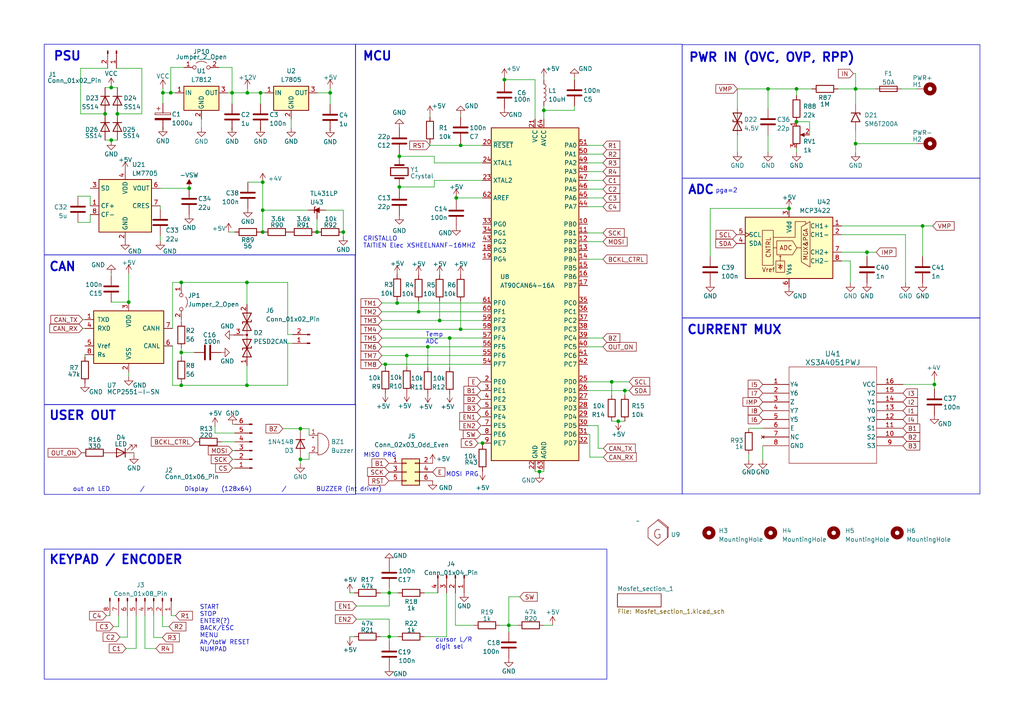
<source format=kicad_sch>
(kicad_sch (version 20230121) (generator eeschema)
  (paper "A4")
  (lib_symbols
    (symbol "Analog_ADC:MCP3422" (pin_names (offset 1.016))
      (property "Reference" "U" (at -2.54 11.43 0))
      (property "Value" "MCP3422" (at -2.54 8.89 0))
      (symbol "MCP3422_0_0"
        (text "ADC" (at 0.889 -1.27 0) (effects (font (size 1.27 1.27))))
        (text "CNTRL" (at 6.731 -4.191 900) (effects (font (size 1.27 1.27)) (justify left bottom)))
        (text "MUX&PGA" (at -4.826 -0.254 900) (effects (font (size 1.27 1.27))))
        (text "Vref" (at 5.969 -7.62 0) (effects (font (size 1.27 1.27))))
      )
      (symbol "MCP3422_1_1"
        (pin input line (at -15.24 5.08 0) (length 2.54) (name "CH1+") (number "1"))
        (pin input line (at -15.24 2.54 0) (length 2.54) (name "CH1-") (number "2"))
        (pin power_in line (at 0 10.16 270) (length 2.54) (name "Vdd") (number "3"))
        (pin bidirectional line (at 15.24 0 180) (length 2.54) (name "SDA") (number "4"))
        (pin input clock (at 15.24 2.54 180) (length 2.54) (name "SCL") (number "5"))
        (pin power_in line (at 0 -12.7 90) (length 2.54) (name "Vss") (number "6"))
        (pin input line (at -15.24 -2.54 0) (length 2.54) (name "CH2+") (number "7"))
        (pin input line (at -15.24 -5.08 0) (length 2.54) (name "CH2-") (number "8"))
      )
    )
    (symbol "Connector:Conn_01x02_Pin" (pin_names (offset 1.016) hide)
      (property "Reference" "J" (at 0 2.54 0))
      (property "Value" "Conn_01x02_Pin" (at 0 -5.08 0))
      (symbol "Conn_01x02_Pin_1_1"
        (pin passive line (at 5.08 0 180) (length 3.81) (name "Pin_1") (number "1"))
        (pin passive line (at 5.08 -2.54 180) (length 3.81) (name "Pin_2") (number "2"))
      )
    )
    (symbol "Connector:Conn_01x04_Pin" (pin_names (offset 1.016) hide)
      (property "Reference" "J" (at 0 5.08 0))
      (property "Value" "Conn_01x04_Pin" (at 0 -7.62 0))
      (symbol "Conn_01x04_Pin_1_1"
        (pin passive line (at 5.08 2.54 180) (length 3.81) (name "Pin_1") (number "1"))
        (pin passive line (at 5.08 0 180) (length 3.81) (name "Pin_2") (number "2"))
        (pin passive line (at 5.08 -2.54 180) (length 3.81) (name "Pin_3") (number "3"))
        (pin passive line (at 5.08 -5.08 180) (length 3.81) (name "Pin_4") (number "4"))
      )
    )
    (symbol "Connector:Conn_01x06_Pin" (pin_names (offset 1.016) hide)
      (property "Reference" "J" (at 0 7.62 0))
      (property "Value" "Conn_01x06_Pin" (at 0 -10.16 0))
      (symbol "Conn_01x06_Pin_1_1"
        (pin passive line (at 5.08 5.08 180) (length 3.81) (name "Pin_1") (number "1"))
        (pin passive line (at 5.08 2.54 180) (length 3.81) (name "Pin_2") (number "2"))
        (pin passive line (at 5.08 0 180) (length 3.81) (name "Pin_3") (number "3"))
        (pin passive line (at 5.08 -2.54 180) (length 3.81) (name "Pin_4") (number "4"))
        (pin passive line (at 5.08 -5.08 180) (length 3.81) (name "Pin_5") (number "5"))
        (pin passive line (at 5.08 -7.62 180) (length 3.81) (name "Pin_6") (number "6"))
      )
    )
    (symbol "Connector:Conn_01x08_Pin" (pin_names (offset 1.016) hide)
      (property "Reference" "J" (at 0 10.16 0))
      (property "Value" "Conn_01x08_Pin" (at 0 -12.7 0))
      (symbol "Conn_01x08_Pin_1_1"
        (pin passive line (at 5.08 7.62 180) (length 3.81) (name "Pin_1") (number "1"))
        (pin passive line (at 5.08 5.08 180) (length 3.81) (name "Pin_2") (number "2"))
        (pin passive line (at 5.08 2.54 180) (length 3.81) (name "Pin_3") (number "3"))
        (pin passive line (at 5.08 0 180) (length 3.81) (name "Pin_4") (number "4"))
        (pin passive line (at 5.08 -2.54 180) (length 3.81) (name "Pin_5") (number "5"))
        (pin passive line (at 5.08 -5.08 180) (length 3.81) (name "Pin_6") (number "6"))
        (pin passive line (at 5.08 -7.62 180) (length 3.81) (name "Pin_7") (number "7"))
        (pin passive line (at 5.08 -10.16 180) (length 3.81) (name "Pin_8") (number "8"))
      )
    )
    (symbol "Connector_Generic:Conn_02x03_Odd_Even" (pin_names (offset 1.016) hide)
      (property "Reference" "J" (at 1.27 5.08 0))
      (property "Value" "Conn_02x03_Odd_Even" (at 1.27 -5.08 0))
      (symbol "Conn_02x03_Odd_Even_1_1"
        (pin passive line (at -5.08 2.54 0) (length 3.81) (name "Pin_1") (number "1"))
        (pin passive line (at 7.62 2.54 180) (length 3.81) (name "Pin_2") (number "2"))
        (pin passive line (at -5.08 0 0) (length 3.81) (name "Pin_3") (number "3"))
        (pin passive line (at 7.62 0 180) (length 3.81) (name "Pin_4") (number "4"))
        (pin passive line (at -5.08 -2.54 0) (length 3.81) (name "Pin_5") (number "5"))
        (pin passive line (at 7.62 -2.54 180) (length 3.81) (name "Pin_6") (number "6"))
      )
    )
    (symbol "Device:Buzzer" (pin_names (offset 0.0254) hide)
      (property "Reference" "BZ" (at 3.81 1.27 0))
      (property "Value" "Buzzer" (at 3.81 -1.27 0))
      (symbol "Buzzer_1_1"
        (pin passive line (at -2.54 2.54 0) (length 2.54) (name "-") (number "1"))
        (pin passive line (at -2.54 -2.54 0) (length 2.54) (name "+") (number "2"))
      )
    )
    (symbol "Device:C" (pin_numbers hide) (pin_names (offset 0.254))
      (property "Reference" "C" (at 0.635 2.54 0))
      (property "Value" "C" (at 0.635 -2.54 0))
      (symbol "C_1_1"
        (pin passive line (at 0 3.81 270) (length 2.794) (name "~") (number "1"))
        (pin passive line (at 0 -3.81 90) (length 2.794) (name "~") (number "2"))
      )
    )
    (symbol "Device:C_Polarized" (pin_numbers hide) (pin_names (offset 0.254))
      (property "Reference" "C" (at 0.635 2.54 0))
      (property "Value" "C_Polarized" (at 0.635 -2.54 0))
      (symbol "C_Polarized_1_1"
        (pin passive line (at 0 3.81 270) (length 2.794) (name "~") (number "1"))
        (pin passive line (at 0 -3.81 90) (length 2.794) (name "~") (number "2"))
      )
    )
    (symbol "Device:Crystal" (pin_numbers hide) (pin_names (offset 1.016) hide)
      (property "Reference" "Y" (at 0 3.81 0))
      (property "Value" "Crystal" (at 0 -3.81 0))
      (symbol "Crystal_1_1"
        (pin passive line (at -3.81 0 0) (length 1.27) (name "1") (number "1"))
        (pin passive line (at 3.81 0 180) (length 1.27) (name "2") (number "2"))
      )
    )
    (symbol "Device:D" (pin_numbers hide) (pin_names (offset 1.016) hide)
      (property "Reference" "D" (at 0 2.54 0))
      (property "Value" "D" (at 0 -2.54 0))
      (symbol "D_1_1"
        (pin passive line (at -3.81 0 0) (length 2.54) (name "K") (number "1"))
        (pin passive line (at 3.81 0 180) (length 2.54) (name "A") (number "2"))
      )
    )
    (symbol "Device:D_TVS" (pin_numbers hide) (pin_names (offset 1.016) hide)
      (property "Reference" "D" (at 0 2.54 0))
      (property "Value" "D_TVS" (at 0 -2.54 0))
      (symbol "D_TVS_1_1"
        (pin passive line (at -3.81 0 0) (length 2.54) (name "A1") (number "1"))
        (pin passive line (at 3.81 0 180) (length 2.54) (name "A2") (number "2"))
      )
    )
    (symbol "Device:D_TVS_Dual_AAC" (pin_names (offset 1.016) hide)
      (property "Reference" "D" (at 0 4.445 0))
      (property "Value" "D_TVS_Dual_AAC" (at 0 2.54 0))
      (symbol "D_TVS_Dual_AAC_1_1"
        (pin passive line (at -8.89 0 0) (length 2.54) (name "A1") (number "1"))
        (pin passive line (at 8.89 0 180) (length 2.54) (name "A2") (number "2"))
        (pin input line (at 0 -3.81 90) (length 2.54) (name "common") (number "3"))
      )
    )
    (symbol "Device:Fuse" (pin_numbers hide) (pin_names (offset 0))
      (property "Reference" "F" (at 2.032 0 90))
      (property "Value" "Fuse" (at -1.905 0 90))
      (symbol "Fuse_1_1"
        (pin passive line (at 0 3.81 270) (length 1.27) (name "~") (number "1"))
        (pin passive line (at 0 -3.81 90) (length 1.27) (name "~") (number "2"))
      )
    )
    (symbol "Device:L" (pin_numbers hide) (pin_names (offset 1.016) hide)
      (property "Reference" "L" (at -1.27 0 90))
      (property "Value" "L" (at 1.905 0 90))
      (symbol "L_1_1"
        (pin passive line (at 0 3.81 270) (length 1.27) (name "1") (number "1"))
        (pin passive line (at 0 -3.81 90) (length 1.27) (name "2") (number "2"))
      )
    )
    (symbol "Device:LED" (pin_numbers hide) (pin_names (offset 1.016) hide)
      (property "Reference" "D" (at 0 2.54 0))
      (property "Value" "LED" (at 0 -2.54 0))
      (symbol "LED_1_1"
        (pin passive line (at -3.81 0 0) (length 2.54) (name "K") (number "1"))
        (pin passive line (at 3.81 0 180) (length 2.54) (name "A") (number "2"))
      )
    )
    (symbol "Device:R" (pin_numbers hide) (pin_names (offset 0))
      (property "Reference" "R" (at 2.032 0 90))
      (property "Value" "R" (at 0 0 90))
      (symbol "R_1_1"
        (pin passive line (at 0 3.81 270) (length 1.27) (name "~") (number "1"))
        (pin passive line (at 0 -3.81 90) (length 1.27) (name "~") (number "2"))
      )
    )
    (symbol "Device:R_Potentiometer" (pin_names (offset 1.016) hide)
      (property "Reference" "RV" (at -4.445 0 90))
      (property "Value" "R_Potentiometer" (at -2.54 0 90))
      (symbol "R_Potentiometer_1_1"
        (pin passive line (at 0 3.81 270) (length 1.27) (name "1") (number "1"))
        (pin passive line (at 3.81 0 180) (length 1.27) (name "2") (number "2"))
        (pin passive line (at 0 -3.81 90) (length 1.27) (name "3") (number "3"))
      )
    )
    (symbol "Diode:1N4148" (pin_numbers hide) (pin_names hide)
      (property "Reference" "D" (at 0 2.54 0))
      (property "Value" "1N4148" (at 0 -2.54 0))
      (symbol "1N4148_1_1"
        (pin passive line (at -3.81 0 0) (length 2.54) (name "K") (number "1"))
        (pin passive line (at 3.81 0 180) (length 2.54) (name "A") (number "2"))
      )
    )
    (symbol "Diode:SM6T200A" (pin_numbers hide) (pin_names (offset 1.016) hide)
      (property "Reference" "D" (at 0 2.54 0))
      (property "Value" "SM6T200A" (at 0 -2.54 0))
      (symbol "SM6T200A_1_1"
        (pin passive line (at -3.81 0 0) (length 2.54) (name "A1") (number "1"))
        (pin passive line (at 3.81 0 180) (length 2.54) (name "A2") (number "2"))
      )
    )
    (symbol "Interface_CAN_LIN:MCP2551-I-SN" (pin_names (offset 1.016))
      (property "Reference" "U" (at -10.16 8.89 0))
      (property "Value" "MCP2551-I-SN" (at 2.54 8.89 0))
      (symbol "MCP2551-I-SN_1_1"
        (pin input line (at -12.7 5.08 0) (length 2.54) (name "TXD") (number "1"))
        (pin power_in line (at 0 -10.16 90) (length 2.54) (name "VSS") (number "2"))
        (pin power_in line (at 0 10.16 270) (length 2.54) (name "VDD") (number "3"))
        (pin output line (at -12.7 2.54 0) (length 2.54) (name "RXD") (number "4"))
        (pin power_out line (at -12.7 -2.54 0) (length 2.54) (name "Vref") (number "5"))
        (pin bidirectional line (at 12.7 -2.54 180) (length 2.54) (name "CANL") (number "6"))
        (pin bidirectional line (at 12.7 2.54 180) (length 2.54) (name "CANH") (number "7"))
        (pin input line (at -12.7 -5.08 0) (length 2.54) (name "Rs") (number "8"))
      )
    )
    (symbol "Jumper:Jumper_2_Open" (pin_names (offset 0) hide)
      (property "Reference" "JP" (at 0 2.794 0))
      (property "Value" "Jumper_2_Open" (at 0 -2.286 0))
      (symbol "Jumper_2_Open_1_1"
        (pin passive line (at -5.08 0 0) (length 2.54) (name "A") (number "1"))
        (pin passive line (at 5.08 0 180) (length 2.54) (name "B") (number "2"))
      )
    )
    (symbol "Loghi:Gio" (pin_names (offset 0.1))
      (property "Reference" "U" (at 0.0254 1.27 0))
      (symbol "Gio_0_1"
        (text "G" (at -0.1016 -4.064 0) (effects (font (size 2.54 2.54))))
      )
    )
    (symbol "MCU_Microchip_AVR:AT90CAN64-16A"
      (property "Reference" "U" (at -12.7 49.53 0))
      (property "Value" "AT90CAN64-16A" (at 5.08 -49.53 0))
      (symbol "AT90CAN64-16A_1_1"
        (pin no_connect line (at -12.7 -45.72 0) (length 2.54) hide (name "NC") (number "1"))
        (pin bidirectional line (at 15.24 20.32 180) (length 2.54) (name "PB0") (number "10"))
        (pin bidirectional line (at 15.24 17.78 180) (length 2.54) (name "PB1") (number "11"))
        (pin bidirectional line (at 15.24 15.24 180) (length 2.54) (name "PB2") (number "12"))
        (pin bidirectional line (at 15.24 12.7 180) (length 2.54) (name "PB3") (number "13"))
        (pin bidirectional line (at 15.24 10.16 180) (length 2.54) (name "PB4") (number "14"))
        (pin bidirectional line (at 15.24 7.62 180) (length 2.54) (name "PB5") (number "15"))
        (pin bidirectional line (at 15.24 5.08 180) (length 2.54) (name "PB6") (number "16"))
        (pin bidirectional line (at 15.24 2.54 180) (length 2.54) (name "PB7") (number "17"))
        (pin bidirectional line (at -15.24 12.7 0) (length 2.54) (name "PG3") (number "18"))
        (pin bidirectional line (at -15.24 10.16 0) (length 2.54) (name "PG4") (number "19"))
        (pin bidirectional line (at -15.24 -25.4 0) (length 2.54) (name "PE0") (number "2"))
        (pin input line (at -15.24 43.18 0) (length 2.54) (name "~{RESET}") (number "20"))
        (pin power_in line (at 0 50.8 270) (length 2.54) (name "VCC") (number "21"))
        (pin power_in line (at 0 -50.8 90) (length 2.54) (name "GND") (number "22"))
        (pin output line (at -15.24 33.02 0) (length 2.54) (name "XTAL2") (number "23"))
        (pin input line (at -15.24 38.1 0) (length 2.54) (name "XTAL1") (number "24"))
        (pin bidirectional line (at 15.24 -25.4 180) (length 2.54) (name "PD0") (number "25"))
        (pin bidirectional line (at 15.24 -27.94 180) (length 2.54) (name "PD1") (number "26"))
        (pin bidirectional line (at 15.24 -30.48 180) (length 2.54) (name "PD2") (number "27"))
        (pin bidirectional line (at 15.24 -33.02 180) (length 2.54) (name "PD3") (number "28"))
        (pin bidirectional line (at 15.24 -35.56 180) (length 2.54) (name "PD4") (number "29"))
        (pin bidirectional line (at -15.24 -27.94 0) (length 2.54) (name "PE1") (number "3"))
        (pin bidirectional line (at 15.24 -38.1 180) (length 2.54) (name "PD5") (number "30"))
        (pin bidirectional line (at 15.24 -40.64 180) (length 2.54) (name "PD6") (number "31"))
        (pin bidirectional line (at 15.24 -43.18 180) (length 2.54) (name "PD7") (number "32"))
        (pin bidirectional line (at -15.24 20.32 0) (length 2.54) (name "PG0") (number "33"))
        (pin bidirectional line (at -15.24 17.78 0) (length 2.54) (name "PG1") (number "34"))
        (pin bidirectional line (at 15.24 -2.54 180) (length 2.54) (name "PC0") (number "35"))
        (pin bidirectional line (at 15.24 -5.08 180) (length 2.54) (name "PC1") (number "36"))
        (pin bidirectional line (at 15.24 -7.62 180) (length 2.54) (name "PC2") (number "37"))
        (pin bidirectional line (at 15.24 -10.16 180) (length 2.54) (name "PC3") (number "38"))
        (pin bidirectional line (at 15.24 -12.7 180) (length 2.54) (name "PC4") (number "39"))
        (pin bidirectional line (at -15.24 -30.48 0) (length 2.54) (name "PE2") (number "4"))
        (pin bidirectional line (at 15.24 -15.24 180) (length 2.54) (name "PC5") (number "40"))
        (pin bidirectional line (at 15.24 -17.78 180) (length 2.54) (name "PC6") (number "41"))
        (pin bidirectional line (at 15.24 -20.32 180) (length 2.54) (name "PC7") (number "42"))
        (pin bidirectional line (at -15.24 15.24 0) (length 2.54) (name "PG2") (number "43"))
        (pin bidirectional line (at 15.24 25.4 180) (length 2.54) (name "PA7") (number "44"))
        (pin bidirectional line (at 15.24 27.94 180) (length 2.54) (name "PA6") (number "45"))
        (pin bidirectional line (at 15.24 30.48 180) (length 2.54) (name "PA5") (number "46"))
        (pin bidirectional line (at 15.24 33.02 180) (length 2.54) (name "PA4") (number "47"))
        (pin bidirectional line (at 15.24 35.56 180) (length 2.54) (name "PA3") (number "48"))
        (pin bidirectional line (at 15.24 38.1 180) (length 2.54) (name "PA2") (number "49"))
        (pin bidirectional line (at -15.24 -33.02 0) (length 2.54) (name "PE3") (number "5"))
        (pin bidirectional line (at 15.24 40.64 180) (length 2.54) (name "PA1") (number "50"))
        (pin bidirectional line (at 15.24 43.18 180) (length 2.54) (name "PA0") (number "51"))
        (pin passive line (at 0 50.8 270) (length 2.54) hide (name "VCC") (number "52"))
        (pin passive line (at 0 -50.8 90) (length 2.54) hide (name "GND") (number "53"))
        (pin bidirectional line (at -15.24 -20.32 0) (length 2.54) (name "PF7") (number "54"))
        (pin bidirectional line (at -15.24 -17.78 0) (length 2.54) (name "PF6") (number "55"))
        (pin bidirectional line (at -15.24 -15.24 0) (length 2.54) (name "PF5") (number "56"))
        (pin bidirectional line (at -15.24 -12.7 0) (length 2.54) (name "PF4") (number "57"))
        (pin bidirectional line (at -15.24 -10.16 0) (length 2.54) (name "PF3") (number "58"))
        (pin bidirectional line (at -15.24 -7.62 0) (length 2.54) (name "PF2") (number "59"))
        (pin bidirectional line (at -15.24 -35.56 0) (length 2.54) (name "PE4") (number "6"))
        (pin bidirectional line (at -15.24 -5.08 0) (length 2.54) (name "PF1") (number "60"))
        (pin bidirectional line (at -15.24 -2.54 0) (length 2.54) (name "PF0") (number "61"))
        (pin passive line (at -15.24 27.94 0) (length 2.54) (name "AREF") (number "62"))
        (pin power_in line (at 2.54 -50.8 90) (length 2.54) (name "AGND") (number "63"))
        (pin power_in line (at 2.54 50.8 270) (length 2.54) (name "AVCC") (number "64"))
        (pin bidirectional line (at -15.24 -38.1 0) (length 2.54) (name "PE5") (number "7"))
        (pin bidirectional line (at -15.24 -40.64 0) (length 2.54) (name "PE6") (number "8"))
        (pin bidirectional line (at -15.24 -43.18 0) (length 2.54) (name "PE7") (number "9"))
      )
    )
    (symbol "Mechanical:MountingHole" (pin_names (offset 1.016))
      (property "Reference" "H" (at 0 5.08 0))
      (property "Value" "MountingHole" (at 0 3.175 0))
    )
    (symbol "Mechanical:MountingHole_Pad" (pin_numbers hide) (pin_names (offset 1.016) hide)
      (property "Reference" "H" (at 0 6.35 0))
      (property "Value" "MountingHole_Pad" (at 0 4.445 0))
      (symbol "MountingHole_Pad_1_1"
        (pin input line (at 0 -2.54 90) (length 2.54) (name "1") (number "1"))
      )
    )
    (symbol "Reference_Voltage:TL431LP" (pin_numbers hide) (pin_names hide)
      (property "Reference" "U" (at -2.54 2.54 0))
      (property "Value" "TL431LP" (at 0 -2.54 0))
      (symbol "TL431LP_1_1"
        (pin passive line (at 0 2.54 270) (length 2.54) (name "REF") (number "1"))
        (pin passive line (at -2.54 0 0) (length 2.54) (name "A") (number "2"))
        (pin passive line (at 2.54 0 180) (length 2.54) (name "K") (number "3"))
      )
    )
    (symbol "Regulator_Linear:L7805" (pin_names (offset 0.254))
      (property "Reference" "U" (at -3.81 3.175 0))
      (property "Value" "L7805" (at 0 3.175 0))
      (symbol "L7805_1_1"
        (pin power_in line (at -7.62 0 0) (length 2.54) (name "IN") (number "1"))
        (pin power_in line (at 0 -7.62 90) (length 2.54) (name "GND") (number "2"))
        (pin power_out line (at 7.62 0 180) (length 2.54) (name "OUT") (number "3"))
      )
    )
    (symbol "Regulator_Linear:L7812" (pin_names (offset 0.254))
      (property "Reference" "U" (at -3.81 3.175 0))
      (property "Value" "L7812" (at 0 3.175 0))
      (symbol "L7812_1_1"
        (pin power_in line (at -7.62 0 0) (length 2.54) (name "IN") (number "1"))
        (pin power_in line (at 0 -7.62 90) (length 2.54) (name "GND") (number "2"))
        (pin power_out line (at 7.62 0 180) (length 2.54) (name "OUT") (number "3"))
      )
    )
    (symbol "Regulator_SwitchedCapacitor:LM7705"
      (property "Reference" "U" (at -6.35 8.89 0))
      (property "Value" "LM7705" (at 5.08 8.89 0))
      (symbol "LM7705_1_1"
        (pin passive line (at -10.16 0 0) (length 2.54) (name "CF+") (number "1"))
        (pin power_in line (at 0 -10.16 90) (length 2.54) (name "GND") (number "2"))
        (pin input line (at -10.16 5.08 0) (length 2.54) (name "SD") (number "3"))
        (pin power_in line (at 0 10.16 270) (length 2.54) (name "VDD") (number "4"))
        (pin passive line (at 0 -10.16 90) (length 2.54) hide (name "GND") (number "5"))
        (pin power_out line (at 10.16 5.08 180) (length 2.54) (name "VOUT") (number "6"))
        (pin passive line (at 10.16 0 180) (length 2.54) (name "CRES") (number "7"))
        (pin passive line (at -10.16 -2.54 0) (length 2.54) (name "CF-") (number "8"))
      )
    )
    (symbol "XS3A4051PWJ:NX3L4051PW_118" (pin_names (offset 0.254))
      (property "Reference" "U" (at 20.32 10.16 0))
      (property "Value" "NX3L4051PW_118" (at 20.32 7.62 0))
      (symbol "NX3L4051PW_118_0_1"
        (pin bidirectional line (at 0 0 0) (length 7.62) (name "Y4") (number "1"))
        (pin input line (at 40.64 -15.24 180) (length 7.62) (name "S2") (number "10"))
        (pin input line (at 40.64 -12.7 180) (length 7.62) (name "S1") (number "11"))
        (pin bidirectional line (at 40.64 -10.16 180) (length 7.62) (name "Y3") (number "12"))
        (pin bidirectional line (at 40.64 -7.62 180) (length 7.62) (name "Y0") (number "13"))
        (pin bidirectional line (at 40.64 -5.08 180) (length 7.62) (name "Y1") (number "14"))
        (pin bidirectional line (at 40.64 -2.54 180) (length 7.62) (name "Y2") (number "15"))
        (pin power_in line (at 40.64 0 180) (length 7.62) (name "VCC") (number "16"))
        (pin bidirectional line (at 0 -2.54 0) (length 7.62) (name "Y6") (number "2"))
        (pin bidirectional line (at 0 -5.08 0) (length 7.62) (name "Z") (number "3"))
        (pin bidirectional line (at 0 -7.62 0) (length 7.62) (name "Y7") (number "4"))
        (pin bidirectional line (at 0 -10.16 0) (length 7.62) (name "Y5") (number "5"))
        (pin input line (at 0 -12.7 0) (length 7.62) (name "E") (number "6"))
        (pin no_connect line (at 0 -15.24 0) (length 7.62) (name "NC") (number "7"))
        (pin power_out line (at 0 -17.78 0) (length 7.62) (name "GND") (number "8"))
        (pin input line (at 40.64 -17.78 180) (length 7.62) (name "S3") (number "9"))
      )
    )
    (symbol "power:+12V" (power) (pin_names (offset 0))
      (property "Value" "+12V" (at 0 3.556 0))
      (symbol "+12V_1_1"
        (pin power_in line (at 0 0 90) (length 0) hide (name "+12V") (number "1"))
      )
    )
    (symbol "power:+4V" (power) (pin_names (offset 0))
      (property "Value" "+4V" (at 0 3.556 0))
      (symbol "+4V_1_1"
        (pin power_in line (at 0 0 90) (length 0) hide (name "+4V") (number "1"))
      )
    )
    (symbol "power:+5V" (power) (pin_names (offset 0))
      (property "Value" "+5V" (at 0 3.556 0))
      (symbol "+5V_1_1"
        (pin power_in line (at 0 0 90) (length 0) hide (name "+5V") (number "1"))
      )
    )
    (symbol "power:-VSW" (power) (pin_names (offset 0))
      (property "Value" "-VSW" (at 0 3.81 0))
      (symbol "-VSW_0_0"
        (pin power_in line (at 0 0 90) (length 0) hide (name "-VSW") (number "1"))
      )
    )
    (symbol "power:GND" (power) (pin_names (offset 0))
      (property "Value" "GND" (at 0 -3.81 0))
      (symbol "GND_1_1"
        (pin power_in line (at 0 0 270) (length 0) hide (name "GND") (number "1"))
      )
    )
    (symbol "power:VCC" (power) (pin_names (offset 0))
      (property "Value" "VCC" (at 0 3.81 0))
      (symbol "VCC_1_1"
        (pin power_in line (at 0 0 90) (length 0) hide (name "VCC") (number "1"))
      )
    )
  )
  (junction (at 177.419 110.744))
  (junction (at 115.824 54.229))
  (junction (at 111.76 105.664))
  (junction (at 231.013 25.781))
  (junction (at 121.412 90.424))
  (junction (at 75.565 26.924))
  (junction (at 76.2 60.96))
  (junction (at 52.578 102.235))
  (junction (at 32.258 25.4))
  (junction (at 124.079 100.584))
  (junction (at 76.2 52.832))
  (junction (at 112.903 171.958))
  (junction (at 127.508 92.964))
  (junction (at 32.258 40.64))
  (junction (at 71.755 26.924))
  (junction (at 248.158 41.656))
  (junction (at 133.604 95.504))
  (junction (at 99.568 67.31))
  (junction (at 71.628 81.915))
  (junction (at 52.578 111.76))
  (junction (at 179.324 122.174))
  (junction (at 52.578 81.915))
  (junction (at 139.954 128.524))
  (junction (at 181.229 113.284))
  (junction (at 228.854 60.452))
  (junction (at 91.948 67.31))
  (junction (at 248.158 25.781))
  (junction (at 146.304 23.114))
  (junction (at 130.429 98.044))
  (junction (at 132.334 57.404))
  (junction (at 47.244 26.924))
  (junction (at 147.574 181.356))
  (junction (at 251.46 73.152))
  (junction (at 271.018 111.506))
  (junction (at 37.338 87.63))
  (junction (at 54.864 54.61))
  (junction (at 87.122 133.223))
  (junction (at 267.589 65.532))
  (junction (at 133.604 42.164))
  (junction (at 67.31 26.924))
  (junction (at 30.48 33.02))
  (junction (at 117.983 103.124))
  (junction (at 157.734 32.004))
  (junction (at 76.2 67.31))
  (junction (at 112.903 184.658))
  (junction (at 222.758 25.781))
  (junction (at 87.122 124.333))
  (junction (at 95.758 26.924))
  (junction (at 115.189 87.884))
  (junction (at 156.464 136.779))
  (junction (at 231.013 35.306))
  (junction (at 34.036 33.02))
  (junction (at 49.53 26.924))
  (junction (at 115.824 45.339))
  (junction (at 71.628 111.76))
  (wire (pts (xy 177.419 114.554) (xy 177.419 110.744)))
  (wire (pts (xy 49.657 178.562) (xy 50.927 178.562)))
  (wire (pts (xy 146.304 22.479) (xy 146.304 23.114)))
  (wire (pts (xy 110.744 92.964) (xy 127.508 92.964)))
  (wire (pts (xy 95.758 37.846) (xy 95.758 37.211)))
  (wire (pts (xy 71.628 111.76) (xy 83.439 111.76)))
  (wire (pts (xy 46.482 59.69) (xy 46.482 60.706)))
  (wire (pts (xy 67.31 37.719) (xy 67.31 37.084)))
  (wire (pts (xy 52.578 111.76) (xy 52.578 111.125)))
  (wire (pts (xy 52.578 81.915) (xy 71.628 81.915)))
  (wire (pts (xy 247.523 21.336) (xy 248.158 21.336)))
  (wire (pts (xy 150.749 173.101) (xy 147.574 173.101)))
  (wire (pts (xy 32.258 79.375) (xy 32.258 80.01)))
  (wire (pts (xy 110.744 100.584) (xy 124.079 100.584)))
  (wire (pts (xy 115.824 45.339) (xy 125.984 45.339)))
  (wire (pts (xy 112.903 171.958) (xy 115.443 171.958)))
  (wire (pts (xy 139.446 118.364) (xy 139.954 118.364)))
  (wire (pts (xy 52.578 92.71) (xy 52.578 93.345)))
  (wire (pts (xy 87.122 132.588) (xy 87.122 133.223)))
  (wire (pts (xy 170.434 100.584) (xy 174.879 100.584)))
  (wire (pts (xy 181.229 113.284) (xy 181.229 114.554)))
  (wire (pts (xy 76.2 67.31) (xy 76.2 60.96)))
  (wire (pts (xy 115.824 54.229) (xy 125.984 54.229)))
  (wire (pts (xy 34.036 33.02) (xy 41.148 33.02)))
  (wire (pts (xy 110.744 87.884) (xy 115.189 87.884)))
  (wire (pts (xy 44.577 184.912) (xy 44.577 178.562)))
  (wire (pts (xy 125.984 52.324) (xy 139.954 52.324)))
  (wire (pts (xy 67.31 26.924) (xy 71.755 26.924)))
  (wire (pts (xy 34.417 181.737) (xy 34.417 178.562)))
  (wire (pts (xy 234.823 35.306) (xy 231.013 35.306)))
  (wire (pts (xy 124.079 100.584) (xy 124.079 106.553)))
  (wire (pts (xy 124.714 42.164) (xy 124.714 41.529)))
  (wire (pts (xy 124.714 42.164) (xy 133.604 42.164)))
  (wire (pts (xy 127.508 87.376) (xy 127.508 92.964)))
  (wire (pts (xy 87.122 124.968) (xy 87.122 124.333)))
  (wire (pts (xy 52.578 102.235) (xy 52.578 103.505)))
  (wire (pts (xy 133.604 42.164) (xy 133.604 41.529)))
  (wire (pts (xy 132.334 58.039) (xy 132.334 57.404)))
  (wire (pts (xy 99.568 67.31) (xy 99.568 60.96)))
  (wire (pts (xy 52.578 82.55) (xy 52.578 81.915)))
  (wire (pts (xy 179.324 122.174) (xy 181.229 122.174)))
  (wire (pts (xy 147.574 183.261) (xy 147.574 181.356)))
  (wire (pts (xy 110.363 184.658) (xy 112.903 184.658)))
  (wire (pts (xy 30.48 25.4) (xy 32.258 25.4)))
  (wire (pts (xy 222.758 39.116) (xy 222.758 44.196)))
  (wire (pts (xy 133.604 42.164) (xy 139.954 42.164)))
  (wire (pts (xy 46.482 54.61) (xy 54.864 54.61)))
  (wire (pts (xy 58.42 34.544) (xy 58.42 37.084)))
  (wire (pts (xy 234.823 39.116) (xy 234.823 35.306)))
  (wire (pts (xy 50.038 111.76) (xy 52.578 111.76)))
  (wire (pts (xy 41.148 19.812) (xy 41.148 33.02)))
  (wire (pts (xy 111.76 105.664) (xy 111.76 106.426)))
  (wire (pts (xy 222.758 25.781) (xy 231.013 25.781)))
  (wire (pts (xy 49.53 19.558) (xy 49.53 26.924)))
  (wire (pts (xy 115.189 87.249) (xy 115.189 87.884)))
  (wire (pts (xy 87.122 134.493) (xy 87.122 133.223)))
  (wire (pts (xy 75.692 67.31) (xy 76.2 67.31)))
  (wire (pts (xy 170.434 98.044) (xy 174.879 98.044)))
  (wire (pts (xy 170.434 54.864) (xy 174.879 54.864)))
  (wire (pts (xy 170.434 67.564) (xy 174.879 67.564)))
  (wire (pts (xy 76.2 52.832) (xy 71.882 52.832)))
  (wire (pts (xy 267.589 74.422) (xy 267.589 65.532)))
  (wire (pts (xy 251.46 74.422) (xy 251.46 73.152)))
  (wire (pts (xy 133.604 87.376) (xy 133.604 95.504)))
  (wire (pts (xy 217.17 124.206) (xy 221.234 124.206)))
  (wire (pts (xy 248.158 37.846) (xy 248.158 41.656)))
  (wire (pts (xy 23.368 19.812) (xy 23.368 33.02)))
  (wire (pts (xy 123.063 184.658) (xy 129.54 184.658)))
  (wire (pts (xy 91.694 67.31) (xy 91.948 67.31)))
  (wire (pts (xy 52.578 100.965) (xy 52.578 102.235)))
  (wire (pts (xy 117.983 103.124) (xy 117.983 106.299)))
  (wire (pts (xy 94.488 60.96) (xy 99.568 60.96)))
  (wire (pts (xy 170.434 49.784) (xy 174.879 49.784)))
  (wire (pts (xy 53.34 19.558) (xy 49.53 19.558)))
  (wire (pts (xy 84.836 97.028) (xy 83.439 97.028)))
  (wire (pts (xy 155.194 136.144) (xy 155.194 136.779)))
  (wire (pts (xy 139.446 120.904) (xy 139.954 120.904)))
  (wire (pts (xy 213.868 39.116) (xy 213.868 44.196)))
  (wire (pts (xy 32.258 25.4) (xy 34.036 25.4)))
  (wire (pts (xy 125.984 47.244) (xy 139.954 47.244)))
  (wire (pts (xy 160.274 181.356) (xy 157.734 181.356)))
  (wire (pts (xy 33.782 19.812) (xy 41.148 19.812)))
  (wire (pts (xy 66.04 26.924) (xy 67.31 26.924)))
  (wire (pts (xy 23.368 33.02) (xy 30.48 33.02)))
  (wire (pts (xy 133.604 33.274) (xy 133.604 33.909)))
  (wire (pts (xy 155.194 136.779) (xy 156.464 136.779)))
  (wire (pts (xy 45.212 188.087) (xy 42.037 188.087)))
  (wire (pts (xy 262.636 82.042) (xy 262.636 68.072)))
  (wire (pts (xy 24.638 102.87) (xy 24.638 103.505)))
  (wire (pts (xy 139.446 125.984) (xy 139.954 125.984)))
  (wire (pts (xy 22.606 56.896) (xy 26.162 56.896)))
  (wire (pts (xy 231.013 25.781) (xy 235.458 25.781)))
  (wire (pts (xy 246.634 75.692) (xy 246.634 82.042)))
  (wire (pts (xy 133.604 95.504) (xy 139.954 95.504)))
  (wire (pts (xy 262.636 68.072) (xy 244.094 68.072)))
  (wire (pts (xy 112.903 185.928) (xy 112.903 184.658)))
  (wire (pts (xy 130.429 98.044) (xy 139.954 98.044)))
  (wire (pts (xy 112.903 171.958) (xy 112.903 175.768)))
  (wire (pts (xy 117.983 103.124) (xy 139.954 103.124)))
  (wire (pts (xy 110.744 103.124) (xy 117.983 103.124)))
  (wire (pts (xy 67.437 135.763) (xy 68.072 135.763)))
  (wire (pts (xy 110.744 95.504) (xy 133.604 95.504)))
  (wire (pts (xy 84.455 34.544) (xy 84.455 37.084)))
  (wire (pts (xy 46.482 69.85) (xy 46.482 68.326)))
  (wire (pts (xy 42.037 188.087) (xy 42.037 178.562)))
  (wire (pts (xy 39.497 188.087) (xy 39.497 178.562)))
  (wire (pts (xy 173.482 123.444) (xy 170.434 123.444)))
  (wire (pts (xy 32.258 40.64) (xy 34.036 40.64)))
  (wire (pts (xy 121.412 90.424) (xy 139.954 90.424)))
  (wire (pts (xy 47.117 184.912) (xy 44.577 184.912)))
  (wire (pts (xy 62.357 123.698) (xy 62.357 125.603)))
  (wire (pts (xy 76.2 67.31) (xy 76.454 67.31)))
  (wire (pts (xy 84.836 99.568) (xy 83.439 99.568)))
  (wire (pts (xy 103.378 179.578) (xy 112.903 179.578)))
  (wire (pts (xy 125.984 54.229) (xy 125.984 52.324)))
  (wire (pts (xy 115.824 45.974) (xy 115.824 45.339)))
  (wire (pts (xy 110.744 90.424) (xy 121.412 90.424)))
  (wire (pts (xy 267.589 65.532) (xy 270.51 65.532)))
  (wire (pts (xy 47.244 26.924) (xy 47.244 29.972)))
  (wire (pts (xy 243.078 25.781) (xy 248.158 25.781)))
  (wire (pts (xy 110.363 171.958) (xy 112.903 171.958)))
  (wire (pts (xy 49.53 26.924) (xy 50.8 26.924)))
  (wire (pts (xy 71.628 81.915) (xy 71.628 88.265)))
  (wire (pts (xy 32.258 87.63) (xy 37.338 87.63)))
  (wire (pts (xy 170.434 70.104) (xy 174.879 70.104)))
  (wire (pts (xy 271.018 110.236) (xy 271.018 111.506)))
  (wire (pts (xy 50.038 81.915) (xy 50.038 95.25)))
  (wire (pts (xy 170.434 52.324) (xy 174.879 52.324)))
  (wire (pts (xy 157.734 30.734) (xy 157.734 32.004)))
  (wire (pts (xy 166.624 22.479) (xy 166.624 23.114)))
  (wire (pts (xy 30.48 40.64) (xy 32.258 40.64)))
  (wire (pts (xy 213.868 25.781) (xy 222.758 25.781)))
  (wire (pts (xy 67.437 133.223) (xy 68.072 133.223)))
  (wire (pts (xy 170.434 75.184) (xy 174.879 75.184)))
  (wire (pts (xy 170.434 57.404) (xy 174.879 57.404)))
  (wire (pts (xy 156.464 136.779) (xy 156.464 137.414)))
  (wire (pts (xy 156.464 136.779) (xy 157.734 136.779)))
  (wire (pts (xy 244.094 65.532) (xy 267.589 65.532)))
  (wire (pts (xy 157.734 32.004) (xy 157.734 34.544)))
  (wire (pts (xy 91.948 67.31) (xy 91.948 63.5)))
  (wire (pts (xy 246.634 75.692) (xy 244.094 75.692)))
  (wire (pts (xy 112.903 170.688) (xy 112.903 171.958)))
  (wire (pts (xy 157.734 23.114) (xy 157.734 22.479)))
  (wire (pts (xy 110.744 98.044) (xy 130.429 98.044)))
  (wire (pts (xy 248.158 21.336) (xy 248.158 25.781)))
  (wire (pts (xy 87.122 124.333) (xy 89.662 124.333)))
  (wire (pts (xy 157.734 136.144) (xy 157.734 136.779)))
  (wire (pts (xy 103.378 175.768) (xy 112.903 175.768)))
  (wire (pts (xy 121.412 87.376) (xy 121.412 90.424)))
  (wire (pts (xy 111.76 105.664) (xy 139.954 105.664)))
  (wire (pts (xy 261.874 111.506) (xy 271.018 111.506)))
  (wire (pts (xy 95.758 25.654) (xy 95.758 26.924)))
  (wire (pts (xy 52.578 111.76) (xy 71.628 111.76)))
  (wire (pts (xy 124.714 33.274) (xy 124.714 33.909)))
  (wire (pts (xy 24.003 92.71) (xy 24.638 92.71)))
  (wire (pts (xy 36.957 184.785) (xy 36.957 178.562)))
  (wire (pts (xy 115.824 53.594) (xy 115.824 54.229)))
  (wire (pts (xy 139.446 115.824) (xy 139.954 115.824)))
  (wire (pts (xy 213.868 25.781) (xy 213.868 31.496)))
  (wire (pts (xy 37.338 79.375) (xy 37.338 87.63)))
  (wire (pts (xy 125.984 45.339) (xy 125.984 47.244)))
  (wire (pts (xy 115.189 87.884) (xy 139.954 87.884)))
  (wire (pts (xy 92.075 26.924) (xy 95.758 26.924)))
  (wire (pts (xy 95.758 30.226) (xy 95.758 26.924)))
  (wire (pts (xy 166.624 30.734) (xy 166.624 32.004)))
  (wire (pts (xy 112.903 184.658) (xy 115.443 184.658)))
  (wire (pts (xy 52.578 102.235) (xy 56.388 102.235)))
  (wire (pts (xy 22.606 64.516) (xy 26.162 64.516)))
  (wire (pts (xy 75.565 26.924) (xy 76.835 26.924)))
  (wire (pts (xy 36.576 188.087) (xy 39.497 188.087)))
  (wire (pts (xy 147.574 173.101) (xy 147.574 181.356)))
  (wire (pts (xy 67.31 19.558) (xy 67.31 26.924)))
  (wire (pts (xy 139.446 110.744) (xy 139.954 110.744)))
  (wire (pts (xy 66.294 67.31) (xy 68.072 67.31)))
  (wire (pts (xy 47.244 25.654) (xy 47.244 26.924)))
  (wire (pts (xy 99.568 68.58) (xy 99.568 67.31)))
  (wire (pts (xy 89.662 124.333) (xy 89.662 126.238)))
  (wire (pts (xy 248.158 41.656) (xy 265.938 41.656)))
  (wire (pts (xy 129.54 184.658) (xy 129.54 171.958)))
  (wire (pts (xy 147.574 181.356) (xy 145.034 181.356)))
  (wire (pts (xy 49.022 181.737) (xy 47.117 181.737)))
  (wire (pts (xy 217.17 133.35) (xy 217.17 131.826)))
  (wire (pts (xy 37.338 107.95) (xy 37.338 109.22)))
  (wire (pts (xy 244.094 73.152) (xy 251.46 73.152)))
  (wire (pts (xy 130.429 98.044) (xy 130.429 106.553)))
  (wire (pts (xy 231.013 27.686) (xy 231.013 25.781)))
  (wire (pts (xy 248.158 25.781) (xy 253.873 25.781)))
  (wire (pts (xy 34.798 184.785) (xy 36.957 184.785)))
  (wire (pts (xy 221.234 129.286) (xy 221.234 133.35)))
  (wire (pts (xy 123.063 171.958) (xy 127 171.958)))
  (wire (pts (xy 170.434 59.944) (xy 174.879 59.944)))
  (wire (pts (xy 124.079 100.584) (xy 139.954 100.584)))
  (wire (pts (xy 177.419 122.174) (xy 179.324 122.174)))
  (wire (pts (xy 71.628 106.045) (xy 71.628 111.76)))
  (wire (pts (xy 67.437 130.683) (xy 68.072 130.683)))
  (wire (pts (xy 132.334 57.404) (xy 139.954 57.404)))
  (wire (pts (xy 181.229 113.284) (xy 182.499 113.284)))
  (wire (pts (xy 71.628 81.915) (xy 83.439 81.915)))
  (wire (pts (xy 170.434 110.744) (xy 177.419 110.744)))
  (wire (pts (xy 24.003 95.25) (xy 24.638 95.25)))
  (wire (pts (xy 171.069 125.984) (xy 170.434 125.984)))
  (wire (pts (xy 137.414 181.356) (xy 132.08 181.356)))
  (wire (pts (xy 139.954 128.524) (xy 138.684 128.524)))
  (wire (pts (xy 87.122 133.223) (xy 89.662 133.223)))
  (wire (pts (xy 83.439 81.915) (xy 83.439 97.028)))
  (wire (pts (xy 23.368 19.812) (xy 31.242 19.812)))
  (wire (pts (xy 127.508 92.964) (xy 139.954 92.964)))
  (wire (pts (xy 83.439 99.568) (xy 83.439 111.76)))
  (wire (pts (xy 248.158 25.781) (xy 248.158 30.226)))
  (wire (pts (xy 76.2 52.832) (xy 76.2 60.96)))
  (wire (pts (xy 75.565 37.719) (xy 75.565 37.084)))
  (wire (pts (xy 146.304 23.114) (xy 146.304 23.749)))
  (wire (pts (xy 171.069 132.588) (xy 175.006 132.588)))
  (wire (pts (xy 173.482 130.048) (xy 175.006 130.048)))
  (wire (pts (xy 170.434 44.704) (xy 174.879 44.704)))
  (wire (pts (xy 271.018 112.776) (xy 271.018 111.506)))
  (wire (pts (xy 30.861 178.562) (xy 31.877 178.562)))
  (wire (pts (xy 177.419 110.744) (xy 182.499 110.744)))
  (wire (pts (xy 155.194 23.114) (xy 155.194 34.544)))
  (wire (pts (xy 32.893 181.737) (xy 34.417 181.737)))
  (wire (pts (xy 101.473 171.958) (xy 102.743 171.958)))
  (wire (pts (xy 205.994 60.452) (xy 205.994 74.422)))
  (wire (pts (xy 75.565 30.099) (xy 75.565 26.924)))
  (wire (pts (xy 64.262 128.143) (xy 68.072 128.143)))
  (wire (pts (xy 110.744 105.664) (xy 111.76 105.664)))
  (wire (pts (xy 173.482 130.048) (xy 173.482 123.444)))
  (wire (pts (xy 26.162 62.23) (xy 26.162 64.516)))
  (wire (pts (xy 157.734 32.004) (xy 166.624 32.004)))
  (wire (pts (xy 47.244 26.924) (xy 49.53 26.924)))
  (wire (pts (xy 139.954 128.524) (xy 139.954 129.032)))
  (wire (pts (xy 50.038 81.915) (xy 52.578 81.915)))
  (wire (pts (xy 146.304 23.114) (xy 155.194 23.114)))
  (wire (pts (xy 170.434 42.164) (xy 174.879 42.164)))
  (wire (pts (xy 76.2 60.96) (xy 89.408 60.96)))
  (wire (pts (xy 47.117 181.737) (xy 47.117 178.562)))
  (wire (pts (xy 67.437 123.063) (xy 68.072 123.063)))
  (wire (pts (xy 139.446 123.444) (xy 139.954 123.444)))
  (wire (pts (xy 251.46 73.152) (xy 254.127 73.152)))
  (wire (pts (xy 261.493 25.781) (xy 265.938 25.781)))
  (wire (pts (xy 112.903 179.578) (xy 112.903 184.658)))
  (wire (pts (xy 170.434 47.244) (xy 174.879 47.244)))
  (wire (pts (xy 26.162 56.896) (xy 26.162 59.69)))
  (wire (pts (xy 82.042 124.333) (xy 87.122 124.333)))
  (wire (pts (xy 32.258 40.894) (xy 32.258 40.64)))
  (wire (pts (xy 71.755 25.654) (xy 71.755 26.924)))
  (wire (pts (xy 205.994 60.452) (xy 228.854 60.452)))
  (wire (pts (xy 115.824 54.864) (xy 115.824 54.229)))
  (wire (pts (xy 132.08 181.356) (xy 132.08 171.958)))
  (wire (pts (xy 171.069 132.588) (xy 171.069 125.984)))
  (wire (pts (xy 71.755 26.924) (xy 75.565 26.924)))
  (wire (pts (xy 62.357 125.603) (xy 68.072 125.603)))
  (wire (pts (xy 222.758 25.781) (xy 222.758 31.496)))
  (wire (pts (xy 248.158 44.196) (xy 248.158 41.656)))
  (wire (pts (xy 150.114 181.356) (xy 147.574 181.356)))
  (wire (pts (xy 231.013 44.196) (xy 231.013 42.926)))
  (wire (pts (xy 101.473 184.658) (xy 102.743 184.658)))
  (wire (pts (xy 67.31 30.099) (xy 67.31 26.924)))
  (wire (pts (xy 170.434 113.284) (xy 181.229 113.284)))
  (wire (pts (xy 139.446 113.284) (xy 139.954 113.284)))
  (wire (pts (xy 32.258 25.146) (xy 32.258 25.4)))
  (wire (pts (xy 89.662 133.223) (xy 89.662 131.318)))
  (wire (pts (xy 63.5 19.558) (xy 67.31 19.558)))
  (wire (pts (xy 38.862 131.318) (xy 38.862 131.953)))
  (wire (pts (xy 115.824 44.704) (xy 115.824 45.339)))
  (wire (pts (xy 50.038 111.76) (xy 50.038 100.33)))
  (wire (pts (xy 47.244 37.592) (xy 47.244 36.957)))
  (rectangle (start 197.866 51.689) (end 284.226 92.202))
  (rectangle (start 12.827 12.827) (end 103.124 73.914))
  (rectangle (start 197.866 92.202) (end 284.226 143.256))
  (rectangle (start 103.124 12.827) (end 197.866 143.256))
  (rectangle (start 12.827 73.914) (end 102.997 117.348))
  (rectangle (start 12.827 159.258) (end 176.022 196.977))
  (rectangle (start 197.866 12.954) (end 284.226 51.689))
  (rectangle (start 12.827 117.348) (end 103.124 143.383))
  (text "ADC\n" (at 199.39 56.642 0) (effects (font (size 2.54 2.54) bold) (justify left bottom)))
  (text "prevedere due scale (lasciare la risoluzione per entrambe a 1mA): \nPGA=1 v=2.048, i=2.048/0.1/13= 1.575A(xCH) 12.6A (tot)\nires= 1.575/4096= 0.38mA\n\nPGA=2 v=4.096, i=4.096/0.1/13= 3.150A (xCH) 25.2A (tot)\nires= 3.15/4096= 0.76mA\n\nal variare del pga varia l'impedenza del dac D:\n\nmaybe PID per il controllo potenza e tensione\n\nmaybe considerare mcu a più core, un core gestisce il controllore\ne l'altro core funzioni ez tipo I/O e interfaccia" (at 174.752 243.967 0) (effects (font (size 1.27 1.27)) (justify left bottom)))
  (text "Temp\nADC" (at 123.444 99.949 0) (effects (font (size 1.27 1.27)) (justify left bottom)))
  (text "PSU" (at 15.367 17.907 0) (effects (font (size 2.54 2.54) bold) (justify left bottom)))
  (text "https://blog.programmablepower.com/blog/know-your-electronic-load-modes" (at 175.006 276.86 0) (effects (font (size 1.27 1.27)) (justify left bottom)))
  (text "MOSI PRG" (at 129.286 138.43 0) (effects (font (size 1.27 1.27)) (justify left bottom)))
  (text "cursor L/R \ndigit sel\n" (at 126.238 188.468 0) (effects (font (size 1.27 1.27)) (justify left bottom)))
  (text "SPECS:\n" (at 175.006 259.08 0) (effects (font (size 2.54 2.54) (thickness 0.508) bold) (justify left bottom)))
  (text "START      \nSTOP\nENTER(?)\nBACK/ESC\nMENU\nAh/totW RESET\nNUMPAD\n\n" (at 57.912 191.262 0) (effects (font (size 1.27 1.27)) (justify left bottom)))
  (text "MOS https://www.mouser.it/ProductDetail/onsemi-Fairchild/FDP61N20?qs=JKO44DJ%252BG3gAzmboxGsh4A%3D%3D   Idss=1uA max  x8=8uA   letteralmente mio padre\n    \n<Rth https://www.mouser.it/ProductDetail/IXYS/IXTH76N25T?qs=jFjNEgmwGdcPFvOTql6y3g%3D%3D\n	 https://www.mouser.it/ProductDetail/onsemi-Fairchild/FDA59N30?qs=VOMQJJE%252BBNnRhk%2F%252BZVplIA%3D%3D\n\nto264	https://www.lcsc.com/product-detail/MOSFETs_Littelfuse-IXYS-IXTQ82N25P_C426677.html\n     	https://www.lcsc.com/product-detail/MOSFETs_Littelfuse-IXYS-IXTQ88N30P_C440382.html              Idss=250uA max  x8=2mA     D::::\nhttps://www.lcsc.com/product-detail/MOSFETs_ROHM-Semicon-R6047ENZ4C13_C3280975.html             Idss=100uA max  x8=0.8mA   quasi ok\nIRFP90N20DPBF Idss=25uA,200v,TO-247, 580W, 0.24Rth        circa ok\nIRFP4768PBF Idss=20uA, 250V, TO-247, 520W, 0.24Rth        figo\n\nSHUNT https://www.te.com/usa-en/product-4-2176422-2.html\n         https://www.te.com/usa-en/product-3-2176422-2.html\n\ncon shunt da 3w si può avere 5A per canale (40A tot)\nhttps://www.mouser.it/ProductDetail/TE-Connectivity-Holsworthy/TLRP3A30CR100FTE?qs=sGAEpiMZZMtlubZbdhIBIOn2mbhvx7T2elE3pCd2UQU%3D\n\nVERYPOG: https://www.lcsc.com/product-detail/Current-Sense-Resistors-Shunt-Resistors_Isabellenhuette-VMS-R100-1-0-U_C466597.html\n\naggiungere lo spazio per eventualmente saldare dissipatori smd o dissipatori in rame 6.6 (da sbc)\n\naggiungere ingressi NTC (?)\nmisura a 4 terminali\naggiungere mos driver?\naggiungere buffer tensione\nmultiplexare ntc dei mos \nmultiplexare ntc ext\n\nOSS: è possibile usare shunt con tolleranza maggiore rispetto\n     allo 0.1%, l'importante è che si scelgano resistenze con\n     coefficente di temperatura abbastanza basso (<100ppm/c)\n     più alto è il valore di tolleranza assoluto più sarà\n     necessaria la calibrazione via software\n" (at 9.906 287.528 0) (effects (font (size 1.27 1.27)) (justify left bottom)))
  (text "out on LED         /            Display    (128x64)         /         BUZZER (int driver)" (at 21.082 142.748 0) (effects (font (size 1.27 1.27)) (justify left bottom)))
  (text "CURRENT MUX\n" (at 199.136 97.282 0) (effects (font (size 2.54 2.54) bold) (justify left bottom)))
  (text "150V (0.001-150.000V)\n50A (0.001-50.000A)\n~3kW Tc=37C, ~1.6kW Tc=90C\n\nMODE: CC,CV,CR,CP,BATT\nFUNC(?): c_ramp, c_sin, " (at 175.006 273.685 0) (effects (font (size 1.27 1.27)) (justify left bottom)))
  (text "MCU\n" (at 105.029 17.907 0) (effects (font (size 2.54 2.54) bold) (justify left bottom)))
  (text "PWR IN (OVC, OVP, RPP)" (at 199.644 18.288 0) (effects (font (size 2.54 2.54) bold) (justify left bottom)))
  (text "MISO PRG" (at 105.41 132.842 0) (effects (font (size 1.27 1.27)) (justify left bottom)))
  (text "SW SIDE" (at 174.752 215.392 0) (effects (font (size 2.54 2.54) (thickness 0.508) bold) (justify left bottom)))
  (text "KEYPAD / ENCODER" (at 14.097 163.957 0) (effects (font (size 2.54 2.54) (thickness 0.508) bold) (justify left bottom)))
  (text "CAN" (at 14.097 78.994 0) (effects (font (size 2.54 2.54) bold) (justify left bottom)))
  (text "pga=2" (at 207.518 56.134 0) (effects (font (size 1.27 1.27)) (justify left bottom)))
  (text "NOTE:" (at 9.906 215.138 0) (effects (font (size 2.54 2.54) (thickness 0.508) bold) (justify left bottom)))
  (text "CRISTALLO\nTAITIEN Elec XSHEELNANF-16MHZ\n" (at 105.283 72.136 0) (effects (font (size 1.27 1.27)) (justify left bottom)))
  (text "USER OUT\n\n" (at 14.097 126.238 0) (effects (font (size 2.54 2.54) bold) (justify left bottom)))
  (global_label "TM1" (shape input) (at 110.744 87.884 180) (property "Intersheetrefs" "${INTERSHEET_REFS}" (effects hide)))
  (global_label "EN1" (shape input) (at 103.378 175.768 180) (property "Intersheetrefs" "${INTERSHEET_REFS}" (effects hide)))
  (global_label "BCKL_CTRL" (shape input) (at 174.879 75.184 0) (property "Intersheetrefs" "${INTERSHEET_REFS}" (effects hide)))
  (global_label "B2" (shape input) (at 139.446 115.824 180) (property "Intersheetrefs" "${INTERSHEET_REFS}" (effects hide)))
  (global_label "C1" (shape input) (at 36.576 188.087 180) (property "Intersheetrefs" "${INTERSHEET_REFS}" (effects hide)))
  (global_label "RST" (shape input) (at 112.776 139.446 180) (property "Intersheetrefs" "${INTERSHEET_REFS}" (effects hide)))
  (global_label "B3" (shape input) (at 139.446 118.364 180) (property "Intersheetrefs" "${INTERSHEET_REFS}" (effects hide)))
  (global_label "CAN_RX" (shape input) (at 175.006 132.588 0) (property "Intersheetrefs" "${INTERSHEET_REFS}" (effects hide)))
  (global_label "IMP" (shape input) (at 254.127 73.152 0) (property "Intersheetrefs" "${INTERSHEET_REFS}" (effects hide)))
  (global_label "I2" (shape input) (at 261.874 116.586 0) (property "Intersheetrefs" "${INTERSHEET_REFS}" (effects hide)))
  (global_label "C3" (shape input) (at 32.893 181.737 180) (property "Intersheetrefs" "${INTERSHEET_REFS}" (effects hide)))
  (global_label "B1" (shape input) (at 112.776 134.366 180) (property "Intersheetrefs" "${INTERSHEET_REFS}" (effects hide)))
  (global_label "TM7" (shape input) (at 110.744 103.124 180) (property "Intersheetrefs" "${INTERSHEET_REFS}" (effects hide)))
  (global_label "I4" (shape input) (at 261.874 121.666 0) (property "Intersheetrefs" "${INTERSHEET_REFS}" (effects hide)))
  (global_label "R1" (shape input) (at 174.879 42.164 0) (property "Intersheetrefs" "${INTERSHEET_REFS}" (effects hide)))
  (global_label "SDA" (shape input) (at 213.614 70.612 180) (property "Intersheetrefs" "${INTERSHEET_REFS}" (effects hide)))
  (global_label "B3" (shape input) (at 261.874 129.286 0) (property "Intersheetrefs" "${INTERSHEET_REFS}" (effects hide)))
  (global_label "R4" (shape input) (at 45.212 188.087 0) (property "Intersheetrefs" "${INTERSHEET_REFS}" (effects hide)))
  (global_label "B1" (shape input) (at 261.874 124.206 0) (property "Intersheetrefs" "${INTERSHEET_REFS}" (effects hide)))
  (global_label "E" (shape input) (at 125.476 136.906 0) (property "Intersheetrefs" "${INTERSHEET_REFS}" (effects hide)))
  (global_label "BZ" (shape input) (at 174.879 98.044 0) (property "Intersheetrefs" "${INTERSHEET_REFS}" (effects hide)))
  (global_label "TM3" (shape input) (at 110.744 92.964 180) (property "Intersheetrefs" "${INTERSHEET_REFS}" (effects hide)))
  (global_label "R1" (shape input) (at 50.927 178.562 0) (property "Intersheetrefs" "${INTERSHEET_REFS}" (effects hide)))
  (global_label "OUT_ON" (shape input) (at 174.879 100.584 0) (property "Intersheetrefs" "${INTERSHEET_REFS}" (effects hide)))
  (global_label "CS" (shape input) (at 67.437 135.763 180) (property "Intersheetrefs" "${INTERSHEET_REFS}" (effects hide)))
  (global_label "CAN_RX" (shape input) (at 24.003 95.25 180) (property "Intersheetrefs" "${INTERSHEET_REFS}" (effects hide)))
  (global_label "C2" (shape input) (at 174.879 54.864 0) (property "Intersheetrefs" "${INTERSHEET_REFS}" (effects hide)))
  (global_label "SCL" (shape input) (at 182.499 110.744 0) (property "Intersheetrefs" "${INTERSHEET_REFS}" (effects hide)))
  (global_label "EN2" (shape input) (at 139.446 123.444 180) (property "Intersheetrefs" "${INTERSHEET_REFS}" (effects hide)))
  (global_label "SCK" (shape input) (at 174.879 67.564 0) (property "Intersheetrefs" "${INTERSHEET_REFS}" (effects hide)))
  (global_label "RST" (shape input) (at 124.714 42.164 180) (property "Intersheetrefs" "${INTERSHEET_REFS}" (effects hide)))
  (global_label "CAN_TX" (shape input) (at 175.006 130.048 0) (property "Intersheetrefs" "${INTERSHEET_REFS}" (effects hide)))
  (global_label "SW" (shape input) (at 150.749 173.101 0) (property "Intersheetrefs" "${INTERSHEET_REFS}" (effects hide)))
  (global_label "I1" (shape input) (at 261.874 119.126 0) (property "Intersheetrefs" "${INTERSHEET_REFS}" (effects hide)))
  (global_label "E" (shape input) (at 139.446 110.744 180) (property "Intersheetrefs" "${INTERSHEET_REFS}" (effects hide)))
  (global_label "R2" (shape input) (at 49.022 181.737 0) (property "Intersheetrefs" "${INTERSHEET_REFS}" (effects hide)))
  (global_label "CS" (shape input) (at 138.684 128.524 180) (property "Intersheetrefs" "${INTERSHEET_REFS}" (effects hide)))
  (global_label "C4" (shape input) (at 174.879 59.944 0) (property "Intersheetrefs" "${INTERSHEET_REFS}" (effects hide)))
  (global_label "MOSI" (shape input) (at 67.437 130.683 180) (property "Intersheetrefs" "${INTERSHEET_REFS}" (effects hide)))
  (global_label "C1" (shape input) (at 174.879 52.324 0) (property "Intersheetrefs" "${INTERSHEET_REFS}" (effects hide)))
  (global_label "TM2" (shape input) (at 110.744 90.424 180) (property "Intersheetrefs" "${INTERSHEET_REFS}" (effects hide)))
  (global_label "SDA" (shape input) (at 182.499 113.284 0) (property "Intersheetrefs" "${INTERSHEET_REFS}" (effects hide)))
  (global_label "VMP" (shape input) (at 213.868 25.781 180) (property "Intersheetrefs" "${INTERSHEET_REFS}" (effects hide)))
  (global_label "R3" (shape input) (at 47.117 184.912 0) (property "Intersheetrefs" "${INTERSHEET_REFS}" (effects hide)))
  (global_label "EN2" (shape input) (at 103.378 179.578 180) (property "Intersheetrefs" "${INTERSHEET_REFS}" (effects hide)))
  (global_label "SCK" (shape input) (at 112.776 136.906 180) (property "Intersheetrefs" "${INTERSHEET_REFS}" (effects hide)))
  (global_label "MOSI" (shape input) (at 174.879 70.104 0) (property "Intersheetrefs" "${INTERSHEET_REFS}" (effects hide)))
  (global_label "CAN_TX" (shape input) (at 24.003 92.71 180) (property "Intersheetrefs" "${INTERSHEET_REFS}" (effects hide)))
  (global_label "BCKL_CTRL" (shape input) (at 56.642 128.143 180) (property "Intersheetrefs" "${INTERSHEET_REFS}" (effects hide)))
  (global_label "I8" (shape input) (at 221.234 119.126 180) (property "Intersheetrefs" "${INTERSHEET_REFS}" (effects hide)))
  (global_label "TM5" (shape input) (at 110.744 98.044 180) (property "Intersheetrefs" "${INTERSHEET_REFS}" (effects hide)))
  (global_label "I6" (shape input) (at 221.234 121.666 180) (property "Intersheetrefs" "${INTERSHEET_REFS}" (effects hide)))
  (global_label "C3" (shape input) (at 174.879 57.404 0) (property "Intersheetrefs" "${INTERSHEET_REFS}" (effects hide)))
  (global_label "I5" (shape input) (at 221.234 111.506 180) (property "Intersheetrefs" "${INTERSHEET_REFS}" (effects hide)))
  (global_label "B2" (shape input) (at 261.874 126.746 0) (property "Intersheetrefs" "${INTERSHEET_REFS}" (effects hide)))
  (global_label "C2" (shape input) (at 34.798 184.785 180) (property "Intersheetrefs" "${INTERSHEET_REFS}" (effects hide)))
  (global_label "R3" (shape input) (at 174.879 47.244 0) (property "Intersheetrefs" "${INTERSHEET_REFS}" (effects hide)))
  (global_label "IMP" (shape input) (at 221.234 116.586 180) (property "Intersheetrefs" "${INTERSHEET_REFS}" (effects hide)))
  (global_label "SW" (shape input) (at 139.446 125.984 180) (property "Intersheetrefs" "${INTERSHEET_REFS}" (effects hide)))
  (global_label "SCK" (shape input) (at 67.437 133.223 180) (property "Intersheetrefs" "${INTERSHEET_REFS}" (effects hide)))
  (global_label "I3" (shape input) (at 261.874 114.046 0) (property "Intersheetrefs" "${INTERSHEET_REFS}" (effects hide)))
  (global_label "TM4" (shape input) (at 110.744 95.504 180) (property "Intersheetrefs" "${INTERSHEET_REFS}" (effects hide)))
  (global_label "BZ" (shape input) (at 82.042 124.333 180) (property "Intersheetrefs" "${INTERSHEET_REFS}" (effects hide)))
  (global_label "TM8" (shape input) (at 110.744 105.664 180) (property "Intersheetrefs" "${INTERSHEET_REFS}" (effects hide)))
  (global_label "TM6" (shape input) (at 110.744 100.584 180) (property "Intersheetrefs" "${INTERSHEET_REFS}" (effects hide)))
  (global_label "I7" (shape input) (at 221.234 114.046 180) (property "Intersheetrefs" "${INTERSHEET_REFS}" (effects hide)))
  (global_label "R2" (shape input) (at 174.879 44.704 0) (property "Intersheetrefs" "${INTERSHEET_REFS}" (effects hide)))
  (global_label "OUT_ON" (shape input) (at 23.622 131.318 180) (property "Intersheetrefs" "${INTERSHEET_REFS}" (effects hide)))
  (global_label "VMP" (shape input) (at 270.51 65.532 0) (property "Intersheetrefs" "${INTERSHEET_REFS}" (effects hide)))
  (global_label "C4" (shape input) (at 30.861 178.562 180) (property "Intersheetrefs" "${INTERSHEET_REFS}" (effects hide)))
  (global_label "B1" (shape input) (at 139.446 113.284 180) (property "Intersheetrefs" "${INTERSHEET_REFS}" (effects hide)))
  (global_label "R4" (shape input) (at 174.879 49.784 0) (property "Intersheetrefs" "${INTERSHEET_REFS}" (effects hide)))
  (global_label "SCL" (shape input) (at 213.614 68.072 180) (property "Intersheetrefs" "${INTERSHEET_REFS}" (effects hide)))
  (global_label "IN" (shape input) (at 247.523 21.336 180) (property "Intersheetrefs" "${INTERSHEET_REFS}" (effects hide)))
  (global_label "EN1" (shape input) (at 139.446 120.904 180) (property "Intersheetrefs" "${INTERSHEET_REFS}" (effects hide)))
  (symbol (lib_id "Device:R") (at 52.578 107.315 180) (unit 1)
    (property "Reference" "R8" (at 53.848 106.045 0) (effects (justify right)))
    (property "Value" "56" (at 53.848 108.585 0) (effects (justify right)))
    (property "Footprint" "Resistor_SMD:R_0603_1608Metric_Pad0.98x0.95mm_HandSolder" (effects hide))
  )
  (symbol (lib_id "power:GND") (at 147.574 190.881 0) (mirror y) (unit 1)
    (property "Reference" "#PWR056" (effects hide))
    (property "Value" "GND" (at 147.574 194.691 0))
  )
  (symbol (lib_id "Device:C") (at 147.574 187.071 0) (unit 1)
    (property "Reference" "C18" (at 141.224 186.436 0) (effects (justify left)))
    (property "Value" "100n" (at 139.954 188.976 0) (effects (justify left)))
    (property "Footprint" "Capacitor_SMD:C_0603_1608Metric_Pad1.08x0.95mm_HandSolder" (effects hide))
  )
  (symbol (lib_id "power:+5V") (at 124.079 114.173 0) (mirror x) (unit 1)
    (property "Reference" "#PWR044" (effects hide))
    (property "Value" "+5V" (at 123.444 117.983 0))
  )
  (symbol (lib_id "power:GND") (at 112.903 163.068 0) (mirror x) (unit 1)
    (property "Reference" "#PWR050" (effects hide))
    (property "Value" "GND" (at 116.078 161.163 0))
  )
  (symbol (lib_id "MCU_Microchip_AVR:AT90CAN64-16A") (at 155.194 85.344 0) (unit 1)
    (property "Reference" "U8" (at 145.034 80.264 0) (effects (justify left)))
    (property "Value" "AT90CAN64-16A" (at 145.034 82.804 0) (effects (justify left)))
    (property "Footprint" "Package_QFP:TQFP-64_14x14mm_P0.8mm" (effects hide))
    (property "Datasheet" "http://ww1.microchip.com/downloads/en/DeviceDoc/doc7679.pdf" (effects hide))
  )
  (symbol (lib_id "power:+4V") (at 76.2 52.832 0) (unit 1)
    (property "Reference" "#PWR0174" (effects hide))
    (property "Value" "+4.3V" (at 79.756 51.816 0))
  )
  (symbol (lib_id "Device:R") (at 127.508 83.566 0) (unit 1)
    (property "Reference" "R5" (at 126.365 82.677 0) (effects (justify right)))
    (property "Value" "10k" (at 126.365 85.217 0) (effects (justify right)))
    (property "Footprint" "Resistor_SMD:R_0603_1608Metric_Pad0.98x0.95mm_HandSolder" (effects hide))
  )
  (symbol (lib_id "Connector:Conn_01x08_Pin") (at 42.037 173.482 270) (unit 1)
    (property "Reference" "J3" (at 40.767 169.672 90))
    (property "Value" "Conn_01x08_Pin" (at 40.767 172.212 90))
    (property "Footprint" "Connector_Molex:Molex_Micro-Latch_53253-0870_1x08_P2.00mm_Vertical" (effects hide))
  )
  (symbol (lib_id "power:GND") (at 87.122 134.493 0) (unit 1)
    (property "Reference" "#PWR048" (effects hide))
    (property "Value" "GND" (at 87.122 138.303 0))
  )
  (symbol (lib_id "power:GND") (at 115.824 37.084 180) (unit 1)
    (property "Reference" "#PWR022" (effects hide))
    (property "Value" "GND" (at 115.824 32.639 0))
  )
  (symbol (lib_id "power:GND") (at 246.634 82.042 0) (unit 1)
    (property "Reference" "#PWR0182" (effects hide))
    (property "Value" "GND" (at 246.634 85.852 0))
  )
  (symbol (lib_id "power:GND") (at 213.868 44.196 0) (unit 1)
    (property "Reference" "#PWR0166" (effects hide))
    (property "Value" "GND" (at 213.868 48.006 0))
  )
  (symbol (lib_id "power:GND") (at 54.864 62.23 0) (unit 1)
    (property "Reference" "#PWR0122" (effects hide))
    (property "Value" "GND" (at 54.864 66.04 0))
  )
  (symbol (lib_id "power:GND") (at 262.636 82.042 0) (unit 1)
    (property "Reference" "#PWR0184" (effects hide))
    (property "Value" "GND" (at 262.636 85.852 0))
  )
  (symbol (lib_id "Device:R") (at 181.229 118.364 0) (unit 1)
    (property "Reference" "R15" (at 183.134 117.729 0) (effects (justify left)))
    (property "Value" "10k" (at 183.134 120.269 0) (effects (justify left)))
    (property "Footprint" "Resistor_SMD:R_0603_1608Metric_Pad0.98x0.95mm_HandSolder" (effects hide))
  )
  (symbol (lib_id "power:GND") (at 32.258 40.894 0) (unit 1)
    (property "Reference" "#PWR014" (effects hide))
    (property "Value" "GND" (at 32.258 44.704 0))
  )
  (symbol (lib_id "Device:L") (at 157.734 26.924 0) (unit 1)
    (property "Reference" "L1" (at 159.004 26.289 0) (effects (justify left)))
    (property "Value" "10uH" (at 159.004 28.829 0) (effects (justify left)))
    (property "Footprint" "Inductor_SMD:L_0805_2012Metric_Pad1.15x1.40mm_HandSolder" (effects hide))
  )
  (symbol (lib_id "power:GND") (at 125.476 139.446 0) (mirror y) (unit 1)
    (property "Reference" "#PWR018" (effects hide))
    (property "Value" "GND" (at 129.286 141.478 0))
  )
  (symbol (lib_id "power:+4V") (at 271.018 110.236 0) (unit 1)
    (property "Reference" "#PWR0170" (effects hide))
    (property "Value" "+4.3V" (at 270.764 106.68 0))
  )
  (symbol (lib_id "Device:R") (at 71.882 67.31 90) (unit 1)
    (property "Reference" "R89" (at 71.882 69.596 90))
    (property "Value" "56" (at 71.882 71.374 90))
    (property "Footprint" "Resistor_SMD:R_0603_1608Metric_Pad0.98x0.95mm_HandSolder" (effects hide))
  )
  (symbol (lib_id "Device:C") (at 133.604 37.719 180) (unit 1)
    (property "Reference" "C7" (at 136.144 39.624 0) (effects (justify right)))
    (property "Value" "100n" (at 136.144 37.084 0) (effects (justify right)))
    (property "Footprint" "Capacitor_SMD:C_0603_1608Metric_Pad1.08x0.95mm_HandSolder" (effects hide))
  )
  (symbol (lib_id "Device:C") (at 115.824 58.674 0) (unit 1)
    (property "Reference" "C13" (at 109.474 57.404 0) (effects (justify left)))
    (property "Value" "22p" (at 109.474 59.944 0) (effects (justify left)))
    (property "Footprint" "Capacitor_SMD:C_0603_1608Metric_Pad1.08x0.95mm_HandSolder" (effects hide))
  )
  (symbol (lib_id "Diode:SM6T200A") (at 248.158 34.036 270) (unit 1)
    (property "Reference" "D21" (at 250.698 33.401 90) (effects (justify left)))
    (property "Value" "SM6T200A" (at 250.698 35.941 90) (effects (justify left)))
    (property "Footprint" "Diode_SMD:D_SMB" (effects hide))
    (property "Datasheet" "https://www.st.com/resource/en/datasheet/sm6t.pdf" (effects hide))
  )
  (symbol (lib_id "power:GND") (at 95.758 37.211 0) (unit 1)
    (property "Reference" "#PWR09" (effects hide))
    (property "Value" "GND" (at 95.758 41.148 0))
  )
  (symbol (lib_id "power:GND") (at 24.638 111.125 0) (unit 1)
    (property "Reference" "#PWR039" (effects hide))
    (property "Value" "GND" (at 27.813 113.665 0))
  )
  (symbol (lib_id "Regulator_Linear:L7812") (at 58.42 26.924 0) (unit 1)
    (property "Reference" "U1" (at 58.42 20.574 0))
    (property "Value" "L7812" (at 58.42 23.114 0))
    (property "Footprint" "Package_TO_SOT_THT:TO-220-3_Vertical" (effects hide))
    (property "Datasheet" "http://www.st.com/content/ccc/resource/technical/document/datasheet/41/4f/b3/b0/12/d4/47/88/CD00000444.pdf/files/CD00000444.pdf/jcr:content/translations/en.CD00000444.pdf" (effects hide))
  )
  (symbol (lib_id "power:GND") (at 222.758 44.196 0) (unit 1)
    (property "Reference" "#PWR0167" (effects hide))
    (property "Value" "GND" (at 222.758 48.006 0))
  )
  (symbol (lib_id "power:GND") (at 205.994 82.042 0) (unit 1)
    (property "Reference" "#PWR0181" (effects hide))
    (property "Value" "GND" (at 205.994 85.852 0))
  )
  (symbol (lib_id "power:GND") (at 32.258 79.375 180) (unit 1)
    (property "Reference" "#PWR029" (effects hide))
    (property "Value" "GND" (at 28.448 76.835 0))
  )
  (symbol (lib_id "power:GND") (at 133.604 33.274 180) (unit 1)
    (property "Reference" "#PWR021" (effects hide))
    (property "Value" "GND" (at 136.779 30.734 0))
  )
  (symbol (lib_id "power:+5V") (at 146.304 22.479 0) (unit 1)
    (property "Reference" "#PWR011" (effects hide))
    (property "Value" "+5V" (at 148.844 19.939 0))
  )
  (symbol (lib_id "Device:Buzzer") (at 92.202 128.778 0) (unit 1)
    (property "Reference" "BZ1" (at 96.012 128.143 0) (effects (justify left)))
    (property "Value" "Buzzer" (at 96.012 130.683 0) (effects (justify left)))
    (property "Footprint" "Connector_JST:JST_PH_B2B-PH-K_1x02_P2.00mm_Vertical" (effects hide))
  )
  (symbol (lib_id "power:GND") (at 64.008 102.235 90) (unit 1)
    (property "Reference" "#PWR037" (effects hide))
    (property "Value" "GND" (at 65.913 104.775 90))
  )
  (symbol (lib_id "Device:D_TVS") (at 213.868 35.306 90) (unit 1)
    (property "Reference" "D22" (at 215.773 34.671 90) (effects (justify right)))
    (property "Value" "4.5V" (at 215.773 37.211 90) (effects (justify right)))
    (property "Footprint" "Diode_SMD:D_SOD-123" (effects hide))
  )
  (symbol (lib_id "power:+5V") (at 101.473 184.658 0) (mirror x) (unit 1)
    (property "Reference" "#PWR055" (effects hide))
    (property "Value" "+5V" (at 101.473 188.468 0))
  )
  (symbol (lib_id "Device:R") (at 87.884 67.31 90) (unit 1)
    (property "Reference" "R91" (at 89.916 65.278 90) (effects (justify left)))
    (property "Value" "3.6k" (at 90.17 63.5 90) (effects (justify left)))
    (property "Footprint" "Resistor_SMD:R_0603_1608Metric_Pad0.98x0.95mm_HandSolder" (effects hide))
  )
  (symbol (lib_id "Regulator_SwitchedCapacitor:LM7705") (at 36.322 59.69 0) (unit 1)
    (property "Reference" "U21" (at 38.2779 47.752 0) (effects (justify left)))
    (property "Value" "LM7705" (at 38.2779 50.292 0) (effects (justify left)))
    (property "Footprint" "Package_SO:VSSOP-8_3.0x3.0mm_P0.65mm" (effects hide))
    (property "Datasheet" "http://www.ti.com/lit/ds/symlink/lm7705.pdf" (effects hide))
  )
  (symbol (lib_id "Device:R") (at 133.604 83.566 0) (unit 1)
    (property "Reference" "R6" (at 132.334 82.677 0) (effects (justify right)))
    (property "Value" "10k" (at 132.334 85.217 0) (effects (justify right)))
    (property "Footprint" "Resistor_SMD:R_0603_1608Metric_Pad0.98x0.95mm_HandSolder" (effects hide))
  )
  (symbol (lib_id "Diode:1N4148") (at 87.122 128.778 270) (unit 1)
    (property "Reference" "D3" (at 85.217 130.683 90) (effects (justify right)))
    (property "Value" "1N4148" (at 85.217 128.143 90) (effects (justify right)))
    (property "Footprint" "Diode_THT:D_DO-35_SOD27_P7.62mm_Horizontal" (effects hide))
    (property "Datasheet" "https://assets.nexperia.com/documents/data-sheet/1N4148_1N4448.pdf" (effects hide))
    (property "Sim.Device" "D" (effects hide))
    (property "Sim.Pins" "1=K 2=A" (effects hide))
  )
  (symbol (lib_id "Analog_ADC:MCP3422") (at 228.854 70.612 0) (mirror y) (unit 1)
    (property "Reference" "U42" (at 240.919 58.547 0) (effects (justify left)))
    (property "Value" "MCP3422" (at 240.919 61.087 0) (effects (justify left)))
    (property "Footprint" "Package_SO:SOIC-8_3.9x4.9mm_P1.27mm" (effects hide))
    (property "Datasheet" "http://ww1.microchip.com/downloads/en/DeviceDoc/22088c.pdf" (effects hide))
  )
  (symbol (lib_id "Device:R") (at 239.268 25.781 90) (unit 1)
    (property "Reference" "R87" (at 239.268 28.321 90))
    (property "Value" "1M" (at 239.268 30.226 90))
    (property "Footprint" "Resistor_SMD:R_0603_1608Metric_Pad0.98x0.95mm_HandSolder" (effects hide))
  )
  (symbol (lib_id "Device:D") (at 30.48 36.83 270) (unit 1)
    (property "Reference" "D26" (at 24.638 37.592 90) (effects (justify left)))
    (property "Value" "SS14" (at 24.638 39.37 90) (effects (justify left)))
    (property "Footprint" "Diode_SMD:D_SMA_Handsoldering" (effects hide))
    (property "Sim.Device" "D" (effects hide))
    (property "Sim.Pins" "1=K 2=A" (effects hide))
  )
  (symbol (lib_id "Device:C") (at 271.018 116.586 0) (unit 1)
    (property "Reference" "C37" (at 273.558 115.57 0) (effects (justify left)))
    (property "Value" "100n" (at 273.558 118.11 0) (effects (justify left)))
    (property "Footprint" "Capacitor_SMD:C_0603_1608Metric_Pad1.08x0.95mm_HandSolder" (effects hide))
  )
  (symbol (lib_id "power:GND") (at 271.018 120.396 0) (unit 1)
    (property "Reference" "#PWR0171" (effects hide))
    (property "Value" "GND" (at 274.066 122.936 0))
  )
  (symbol (lib_id "power:+5V") (at 132.334 57.404 0) (unit 1)
    (property "Reference" "#PWR027" (effects hide))
    (property "Value" "+5V" (at 132.334 54.229 0))
  )
  (symbol (lib_id "power:GND") (at 134.62 171.958 0) (mirror y) (unit 1)
    (property "Reference" "#PWR052" (effects hide))
    (property "Value" "GND" (at 134.62 175.768 0))
  )
  (symbol (lib_id "power:+5V") (at 62.357 123.698 0) (unit 1)
    (property "Reference" "#PWR041" (effects hide))
    (property "Value" "+5V" (at 62.357 119.888 0))
  )
  (symbol (lib_id "Device:C") (at 115.824 40.894 180) (unit 1)
    (property "Reference" "C12" (at 113.284 42.164 0) (effects (justify left)))
    (property "Value" "22p" (at 113.284 39.624 0) (effects (justify left)))
    (property "Footprint" "Capacitor_SMD:C_0603_1608Metric_Pad1.08x0.95mm_HandSolder" (effects hide))
  )
  (symbol (lib_id "Device:D") (at 34.036 36.83 270) (unit 1)
    (property "Reference" "D25" (at 39.37 37.592 90) (effects (justify right)))
    (property "Value" "SS14" (at 40.64 39.37 90) (effects (justify right)))
    (property "Footprint" "Diode_SMD:D_SMA_Handsoldering" (effects hide))
    (property "Sim.Device" "D" (effects hide))
    (property "Sim.Pins" "1=K 2=A" (effects hide))
  )
  (symbol (lib_id "Device:R") (at 119.253 171.958 90) (unit 1)
    (property "Reference" "R18" (at 119.253 174.498 90))
    (property "Value" "1k" (at 119.253 176.403 90))
    (property "Footprint" "Resistor_SMD:R_0603_1608Metric_Pad0.98x0.95mm_HandSolder" (effects hide))
  )
  (symbol (lib_id "Device:LED") (at 35.052 131.318 180) (unit 1)
    (property "Reference" "D4" (at 35.052 126.873 0))
    (property "Value" "LED" (at 35.052 128.778 0))
    (property "Footprint" "LED_SMD:LED_0805_2012Metric_Pad1.15x1.40mm_HandSolder" (effects hide))
  )
  (symbol (lib_id "Device:D") (at 30.48 29.21 270) (unit 1)
    (property "Reference" "D23" (at 28.702 28.448 90) (effects (justify right)))
    (property "Value" "SS14" (at 28.702 30.988 90) (effects (justify right)))
    (property "Footprint" "Diode_SMD:D_SMA_Handsoldering" (effects hide))
    (property "Sim.Device" "D" (effects hide))
    (property "Sim.Pins" "1=K 2=A" (effects hide))
  )
  (symbol (lib_id "power:-VSW") (at 54.864 54.61 0) (unit 1)
    (property "Reference" "#PWR0124" (effects hide))
    (property "Value" "-VSW" (at 54.864 50.8 0))
  )
  (symbol (lib_id "power:+5V") (at 95.758 25.654 0) (unit 1)
    (property "Reference" "#PWR03" (effects hide))
    (property "Value" "+5V" (at 95.758 22.479 0))
  )
  (symbol (lib_id "power:GND") (at 36.322 69.85 0) (unit 1)
    (property "Reference" "#PWR0120" (effects hide))
    (property "Value" "GND" (at 39.116 72.898 0))
  )
  (symbol (lib_id "power:GND") (at 248.158 44.196 0) (unit 1)
    (property "Reference" "#PWR0169" (effects hide))
    (property "Value" "GND" (at 248.158 48.006 0))
  )
  (symbol (lib_id "Connector_Generic:Conn_02x03_Odd_Even") (at 117.856 136.906 0) (unit 1)
    (property "Reference" "J5" (at 119.38 126.492 0))
    (property "Value" "Conn_02x03_Odd_Even" (at 119.38 129.032 0))
  )
  (symbol (lib_id "Device:C") (at 205.994 78.232 0) (unit 1)
    (property "Reference" "C39" (at 209.169 77.597 0) (effects (justify left)))
    (property "Value" "100n" (at 209.169 80.137 0) (effects (justify left)))
    (property "Footprint" "Capacitor_SMD:C_0603_1608Metric_Pad1.08x0.95mm_HandSolder" (effects hide))
  )
  (symbol (lib_id "Device:D_TVS_Dual_AAC") (at 71.628 97.155 270) (mirror x) (unit 1)
    (property "Reference" "D2" (at 73.533 96.52 90) (effects (justify left)))
    (property "Value" "PESD2CAN" (at 73.533 99.06 90) (effects (justify left)))
    (property "Footprint" "Package_TO_SOT_SMD:SOT-23-3" (effects hide))
  )
  (symbol (lib_id "power:GND") (at 166.624 22.479 180) (unit 1)
    (property "Reference" "#PWR013" (effects hide))
    (property "Value" "GND" (at 169.799 19.939 0))
  )
  (symbol (lib_id "Device:R") (at 124.714 37.719 0) (unit 1)
    (property "Reference" "R1" (at 127.254 37.084 0) (effects (justify left)))
    (property "Value" "10k" (at 127.254 39.624 0) (effects (justify left)))
    (property "Footprint" "Resistor_SMD:R_0603_1608Metric_Pad0.98x0.95mm_HandSolder" (effects hide))
  )
  (symbol (lib_id "power:GND") (at 231.013 44.196 0) (unit 1)
    (property "Reference" "#PWR0168" (effects hide))
    (property "Value" "GND" (at 231.013 48.006 0))
  )
  (symbol (lib_id "power:+5V") (at 117.983 113.919 0) (mirror x) (unit 1)
    (property "Reference" "#PWR043" (effects hide))
    (property "Value" "+5V" (at 117.348 117.729 0))
  )
  (symbol (lib_id "XS3A4051PWJ:NX3L4051PW_118") (at 221.234 111.506 0) (unit 1)
    (property "Reference" "U41" (at 241.554 102.616 0) (effects (font (size 1.524 1.524))))
    (property "Value" "XS3A4051PWJ" (at 241.554 105.156 0) (effects (font (size 1.524 1.524))))
    (property "Footprint" "Package_SO:TSSOP-16_4.4x5mm_P0.65mm" (effects hide))
    (property "Datasheet" "NX3L4051PW_118" (effects hide))
  )
  (symbol (lib_id "Device:C") (at 222.758 35.306 0) (unit 1)
    (property "Reference" "C36" (at 225.298 34.671 0) (effects (justify left)))
    (property "Value" "22p" (at 225.298 37.211 0) (effects (justify left)))
    (property "Footprint" "Capacitor_SMD:C_0603_1608Metric_Pad1.08x0.95mm_HandSolder" (effects hide))
  )
  (symbol (lib_id "Connector:Conn_01x04_Pin") (at 132.08 166.878 270) (unit 1)
    (property "Reference" "J4" (at 130.81 163.576 90))
    (property "Value" "Conn_01x04_Pin" (at 130.81 166.116 90))
    (property "Footprint" "Connector_Molex:Molex_Micro-Latch_53253-0470_1x04_P2.00mm_Vertical" (effects hide))
  )
  (symbol (lib_id "Mechanical:MountingHole_Pad") (at 268.478 25.781 270) (unit 1)
    (property "Reference" "H1" (at 264.668 24.511 90) (effects (justify left)))
    (property "Value" "PWR+" (at 264.668 22.606 90) (effects (justify left)))
    (property "Footprint" "MountingHole:MountingHole_4.3mm_M4_Pad_Via" (effects hide))
  )
  (symbol (lib_id "Connector:Conn_01x02_Pin") (at 33.782 14.732 270) (unit 1)
    (property "Reference" "J1" (at 15.24 21.59 90))
    (property "Value" "Conn_01x02_Pin" (at 21.59 23.368 90))
    (property "Footprint" "Connector_Molex:Molex_Micro-Latch_53253-0270_1x02_P2.00mm_Vertical" (effects hide))
  )
  (symbol (lib_id "power:GND") (at 67.437 123.063 180) (unit 1)
    (property "Reference" "#PWR040" (effects hide))
    (property "Value" "GND" (at 67.437 119.888 0))
  )
  (symbol (lib_id "Device:R") (at 52.578 97.155 180) (unit 1)
    (property "Reference" "R2" (at 53.848 95.885 0) (effects (justify right)))
    (property "Value" "56" (at 53.848 98.425 0) (effects (justify right)))
    (property "Footprint" "Resistor_SMD:R_0603_1608Metric_Pad0.98x0.95mm_HandSolder" (effects hide))
  )
  (symbol (lib_id "Device:C_Polarized") (at 47.244 33.782 0) (unit 1)
    (property "Reference" "C1" (at 49.784 33.147 0) (effects (justify left)))
    (property "Value" "1000u" (at 49.784 35.687 0) (effects (justify left)))
    (property "Footprint" "Capacitor_THT:CP_Radial_D5.0mm_P2.50mm" (effects hide))
  )
  (symbol (lib_id "Device:R") (at 130.429 110.363 180) (unit 1)
    (property "Reference" "R12" (at 129.159 112.268 0) (effects (justify left)))
    (property "Value" "10k" (at 129.159 109.728 0) (effects (justify left)))
    (property "Footprint" "Resistor_SMD:R_0603_1608Metric_Pad0.98x0.95mm_HandSolder" (effects hide))
  )
  (symbol (lib_id "Jumper:Jumper_2_Open") (at 52.578 87.63 270) (unit 1)
    (property "Reference" "JP1" (at 54.483 85.725 90) (effects (justify left)))
    (property "Value" "Jumper_2_Open" (at 54.483 88.265 90) (effects (justify left)))
    (property "Footprint" "Jumper:SolderJumper-2_P1.3mm_Open_RoundedPad1.0x1.5mm" (effects hide))
  )
  (symbol (lib_id "power:+5V") (at 66.294 67.31 0) (unit 1)
    (property "Reference" "#PWR0173" (effects hide))
    (property "Value" "+5V" (at 63.5 66.294 0))
  )
  (symbol (lib_id "Device:R") (at 80.264 67.31 90) (unit 1)
    (property "Reference" "R90" (at 82.296 65.278 90) (effects (justify left)))
    (property "Value" "3.6k" (at 82.804 63.5 90) (effects (justify left)))
    (property "Footprint" "Resistor_SMD:R_0603_1608Metric_Pad0.98x0.95mm_HandSolder" (effects hide))
  )
  (symbol (lib_id "Device:R") (at 95.758 67.31 90) (unit 1)
    (property "Reference" "R92" (at 97.79 65.278 90) (effects (justify left)))
    (property "Value" "10k" (at 97.79 63.5 90) (effects (justify left)))
    (property "Footprint" "Resistor_SMD:R_0603_1608Metric_Pad0.98x0.95mm_HandSolder" (effects hide))
  )
  (symbol (lib_id "Device:R") (at 217.17 128.016 180) (unit 1)
    (property "Reference" "R93" (at 215.646 127.762 0) (effects (justify left)))
    (property "Value" "1k" (at 215.646 129.54 0) (effects (justify left)))
    (property "Footprint" "Resistor_SMD:R_0603_1608Metric_Pad0.98x0.95mm_HandSolder" (effects hide))
  )
  (symbol (lib_id "power:GND") (at 75.565 37.084 0) (unit 1)
    (property "Reference" "#PWR07" (effects hide))
    (property "Value" "GND" (at 75.565 41.021 0))
  )
  (symbol (lib_id "power:GND") (at 156.464 137.414 0) (mirror y) (unit 1)
    (property "Reference" "#PWR049" (effects hide))
    (property "Value" "GND" (at 153.289 139.319 0))
  )
  (symbol (lib_id "Mechanical:MountingHole_Pad") (at 268.478 41.656 270) (unit 1)
    (property "Reference" "H2" (at 264.668 40.386 90) (effects (justify left)))
    (property "Value" "PWR-" (at 264.668 38.481 90) (effects (justify left)))
    (property "Footprint" "MountingHole:MountingHole_4.3mm_M4_Pad_Via" (effects hide))
  )
  (symbol (lib_id "Device:R") (at 117.983 110.109 180) (unit 1)
    (property "Reference" "R10" (at 116.713 112.014 0) (effects (justify left)))
    (property "Value" "10k" (at 116.713 109.474 0) (effects (justify left)))
    (property "Footprint" "Resistor_SMD:R_0603_1608Metric_Pad0.98x0.95mm_HandSolder" (effects hide))
  )
  (symbol (lib_id "power:GND") (at 115.824 62.484 0) (unit 1)
    (property "Reference" "#PWR028" (effects hide))
    (property "Value" "GND" (at 115.824 66.929 0))
  )
  (symbol (lib_id "power:+5V") (at 36.322 49.53 0) (unit 1)
    (property "Reference" "#PWR0123" (effects hide))
    (property "Value" "+5V" (at 36.322 46.355 0))
  )
  (symbol (lib_id "power:+5V") (at 179.324 122.174 180) (unit 1)
    (property "Reference" "#PWR047" (effects hide))
    (property "Value" "+5V" (at 179.324 125.984 0))
  )
  (symbol (lib_id "power:GND") (at 132.334 65.659 0) (mirror y) (unit 1)
    (property "Reference" "#PWR031" (effects hide))
    (property "Value" "GND" (at 129.159 67.564 0))
  )
  (symbol (lib_id "Device:C") (at 146.304 27.559 0) (unit 1)
    (property "Reference" "C6" (at 152.654 26.924 0) (effects (justify right)))
    (property "Value" "100n" (at 153.924 28.829 0) (effects (justify right)))
    (property "Footprint" "Capacitor_SMD:C_0603_1608Metric_Pad1.08x0.95mm_HandSolder" (effects hide))
  )
  (symbol (lib_id "Device:C") (at 95.758 34.036 0) (unit 1)
    (property "Reference" "C4" (at 98.298 33.401 0) (effects (justify left)))
    (property "Value" "1u" (at 98.298 35.941 0) (effects (justify left)))
    (property "Footprint" "Capacitor_SMD:C_0603_1608Metric_Pad1.08x0.95mm_HandSolder" (effects hide))
  )
  (symbol (lib_id "power:+5V") (at 124.714 33.274 0) (unit 1)
    (property "Reference" "#PWR020" (effects hide))
    (property "Value" "+5V" (at 127.254 30.734 0))
  )
  (symbol (lib_id "Device:R") (at 153.924 181.356 270) (unit 1)
    (property "Reference" "R20" (at 153.924 179.451 90))
    (property "Value" "47k" (at 153.924 177.546 90))
    (property "Footprint" "Resistor_SMD:R_0603_1608Metric_Pad0.98x0.95mm_HandSolder" (effects hide))
  )
  (symbol (lib_id "Device:R") (at 121.412 83.566 0) (unit 1)
    (property "Reference" "R4" (at 120.142 82.677 0) (effects (justify right)))
    (property "Value" "10k" (at 120.142 85.217 0) (effects (justify right)))
    (property "Footprint" "Resistor_SMD:R_0603_1608Metric_Pad0.98x0.95mm_HandSolder" (effects hide))
  )
  (symbol (lib_id "power:GND") (at 146.304 31.369 0) (unit 1)
    (property "Reference" "#PWR019" (effects hide))
    (property "Value" "GND" (at 149.479 33.274 0))
  )
  (symbol (lib_id "Device:R") (at 60.452 128.143 270) (unit 1)
    (property "Reference" "R13" (at 59.817 124.333 90))
    (property "Value" "220" (at 59.817 126.238 90))
    (property "Footprint" "Resistor_SMD:R_0603_1608Metric_Pad0.98x0.95mm_HandSolder" (effects hide))
  )
  (symbol (lib_id "Device:C") (at 67.31 33.909 0) (unit 1)
    (property "Reference" "C2" (at 69.85 33.274 0) (effects (justify left)))
    (property "Value" "1u" (at 69.85 35.814 0) (effects (justify left)))
    (property "Footprint" "Capacitor_SMD:C_0603_1608Metric_Pad1.08x0.95mm_HandSolder" (effects hide))
  )
  (symbol (lib_id "Device:C") (at 267.589 78.232 0) (unit 1)
    (property "Reference" "C41" (at 270.129 77.597 0) (effects (justify left)))
    (property "Value" "1n" (at 270.129 80.137 0) (effects (justify left)))
    (property "Footprint" "Capacitor_SMD:C_0603_1608Metric_Pad1.08x0.95mm_HandSolder" (effects hide))
  )
  (symbol (lib_id "power:GND") (at 99.568 68.58 0) (unit 1)
    (property "Reference" "#PWR0187" (effects hide))
    (property "Value" "GND" (at 99.568 72.39 0))
  )
  (symbol (lib_id "power:+5V") (at 125.476 134.366 0) (mirror y) (unit 1)
    (property "Reference" "#PWR017" (effects hide))
    (property "Value" "+5V" (at 128.524 133.096 0))
  )
  (symbol (lib_id "power:GND") (at 37.338 109.22 0) (unit 1)
    (property "Reference" "#PWR038" (effects hide))
    (property "Value" "GND" (at 40.513 111.76 0))
  )
  (symbol (lib_id "power:VCC") (at 32.258 25.146 0) (unit 1)
    (property "Reference" "#PWR010" (effects hide))
    (property "Value" "VCC" (at 32.258 21.336 0))
  )
  (symbol (lib_id "power:+5V") (at 121.412 79.756 0) (unit 1)
    (property "Reference" "#PWR033" (effects hide))
    (property "Value" "+5V" (at 121.412 76.581 0))
  )
  (symbol (lib_id "Device:C") (at 75.565 33.909 0) (unit 1)
    (property "Reference" "C3" (at 78.105 33.274 0) (effects (justify left)))
    (property "Value" "100n" (at 78.105 35.814 0) (effects (justify left)))
    (property "Footprint" "Capacitor_SMD:C_0603_1608Metric_Pad1.08x0.95mm_HandSolder" (effects hide))
  )
  (symbol (lib_id "power:+5V") (at 133.604 79.756 0) (unit 1)
    (property "Reference" "#PWR035" (effects hide))
    (property "Value" "+5V" (at 133.604 76.581 0))
  )
  (symbol (lib_id "power:+5V") (at 130.429 114.173 0) (mirror x) (unit 1)
    (property "Reference" "#PWR045" (effects hide))
    (property "Value" "+5V" (at 129.794 117.983 0))
  )
  (symbol (lib_id "power:+5V") (at 101.473 171.958 0) (unit 1)
    (property "Reference" "#PWR051" (effects hide))
    (property "Value" "+5V" (at 101.473 168.148 0))
  )
  (symbol (lib_id "power:+5V") (at 139.954 136.652 180) (unit 1)
    (property "Reference" "#PWR069" (effects hide))
    (property "Value" "+5V" (at 139.954 141.478 0))
  )
  (symbol (lib_id "power:+12V") (at 71.755 25.654 0) (unit 1)
    (property "Reference" "#PWR02" (effects hide))
    (property "Value" "+12V" (at 71.755 22.479 0))
  )
  (symbol (lib_id "Mechanical:MountingHole") (at 223.52 154.559 0) (unit 1)
    (property "Reference" "H4" (at 226.822 153.924 0) (effects (justify left)))
    (property "Value" "MountingHole" (at 226.822 156.464 0) (effects (justify left)))
    (property "Footprint" "MountingHole:MountingHole_3.2mm_M3" (effects hide))
  )
  (symbol (lib_id "Regulator_Linear:L7805") (at 84.455 26.924 0) (unit 1)
    (property "Reference" "U2" (at 84.455 20.574 0))
    (property "Value" "L7805" (at 84.455 23.114 0))
    (property "Footprint" "Package_TO_SOT_THT:TO-220-3_Vertical" (effects hide))
    (property "Datasheet" "http://www.st.com/content/ccc/resource/technical/document/datasheet/41/4f/b3/b0/12/d4/47/88/CD00000444.pdf/files/CD00000444.pdf/jcr:content/translations/en.CD00000444.pdf" (effects hide))
  )
  (symbol (lib_id "Device:R") (at 27.432 131.318 90) (unit 1)
    (property "Reference" "R16" (at 27.432 127.508 90))
    (property "Value" "330" (at 27.432 129.413 90))
    (property "Footprint" "Resistor_SMD:R_0603_1608Metric_Pad0.98x0.95mm_HandSolder" (effects hide))
  )
  (symbol (lib_id "power:+5V") (at 37.338 79.375 0) (unit 1)
    (property "Reference" "#PWR030" (effects hide))
    (property "Value" "+5V" (at 37.338 76.2 0))
  )
  (symbol (lib_id "power:GND") (at 267.589 82.042 0) (unit 1)
    (property "Reference" "#PWR0185" (effects hide))
    (property "Value" "GND" (at 267.589 85.852 0))
  )
  (symbol (lib_id "Device:C") (at 112.903 166.878 180) (unit 1)
    (property "Reference" "C17" (at 119.253 168.148 0) (effects (justify left)))
    (property "Value" "100n" (at 120.523 165.608 0) (effects (justify left)))
    (property "Footprint" "Capacitor_SMD:C_0603_1608Metric_Pad1.08x0.95mm_HandSolder" (effects hide))
  )
  (symbol (lib_id "Device:C") (at 251.46 78.232 0) (unit 1)
    (property "Reference" "C40" (at 254 77.597 0) (effects (justify left)))
    (property "Value" "1n" (at 254 80.137 0) (effects (justify left)))
    (property "Footprint" "Capacitor_SMD:C_0603_1608Metric_Pad1.08x0.95mm_HandSolder" (effects hide))
  )
  (symbol (lib_id "Device:R") (at 141.224 181.356 270) (mirror x) (unit 1)
    (property "Reference" "R19" (at 141.224 177.546 90))
    (property "Value" "1k" (at 141.224 179.451 90))
    (property "Footprint" "Resistor_SMD:R_0603_1608Metric_Pad0.98x0.95mm_HandSolder" (effects hide))
  )
  (symbol (lib_id "power:GND") (at 84.455 37.084 0) (unit 1)
    (property "Reference" "#PWR08" (effects hide))
    (property "Value" "GND" (at 84.455 41.021 0))
  )
  (symbol (lib_id "Mechanical:MountingHole") (at 260.223 154.559 0) (unit 1)
    (property "Reference" "H6" (at 262.89 153.924 0) (effects (justify left)))
    (property "Value" "MountingHole" (at 262.89 156.464 0) (effects (justify left)))
    (property "Footprint" "MountingHole:MountingHole_3.2mm_M3" (effects hide))
  )
  (symbol (lib_id "power:GND") (at 71.882 60.452 0) (mirror y) (unit 1)
    (property "Reference" "#PWR0176" (effects hide))
    (property "Value" "GND" (at 71.882 64.262 0))
  )
  (symbol (lib_id "Device:C") (at 46.482 64.516 0) (unit 1)
    (property "Reference" "C33" (at 48.006 66.802 0) (effects (justify left)))
    (property "Value" "22u" (at 48.006 69.342 0) (effects (justify left)))
    (property "Footprint" "Capacitor_SMD:C_0603_1608Metric_Pad1.08x0.95mm_HandSolder" (effects hide))
  )
  (symbol (lib_id "Device:C") (at 166.624 26.924 180) (unit 1)
    (property "Reference" "C5" (at 169.164 28.829 0) (effects (justify right)))
    (property "Value" "100n" (at 169.164 26.289 0) (effects (justify right)))
    (property "Footprint" "Capacitor_SMD:C_0603_1608Metric_Pad1.08x0.95mm_HandSolder" (effects hide))
  )
  (symbol (lib_id "power:GND") (at 228.854 83.312 0) (unit 1)
    (property "Reference" "#PWR0186" (effects hide))
    (property "Value" "GND" (at 232.029 85.852 0))
  )
  (symbol (lib_id "power:+5V") (at 115.189 79.629 0) (unit 1)
    (property "Reference" "#PWR032" (effects hide))
    (property "Value" "+5V" (at 115.189 76.454 0))
  )
  (symbol (lib_id "power:GND") (at 67.31 37.084 0) (unit 1)
    (property "Reference" "#PWR06" (effects hide))
    (property "Value" "GND" (at 67.31 41.021 0))
  )
  (symbol (lib_id "power:GND") (at 251.46 82.042 0) (unit 1)
    (property "Reference" "#PWR0183" (effects hide))
    (property "Value" "GND" (at 251.46 85.852 0))
  )
  (symbol (lib_id "Device:C") (at 112.903 189.738 0) (mirror y) (unit 1)
    (property "Reference" "C19" (at 119.253 189.103 0) (effects (justify left)))
    (property "Value" "100n" (at 120.523 191.643 0) (effects (justify left)))
    (property "Footprint" "Capacitor_SMD:C_0603_1608Metric_Pad1.08x0.95mm_HandSolder" (effects hide))
  )
  (symbol (lib_id "Device:R") (at 139.954 132.842 0) (unit 1)
    (property "Reference" "R43" (at 136.652 134.112 0))
    (property "Value" "10k" (at 136.398 132.334 0))
    (property "Footprint" "Resistor_SMD:R_0603_1608Metric_Pad0.98x0.95mm_HandSolder" (effects hide))
  )
  (symbol (lib_id "power:GND") (at 221.234 133.35 0) (unit 1)
    (property "Reference" "#PWR0172" (effects hide))
    (property "Value" "GND" (at 221.234 136.906 0))
  )
  (symbol (lib_id "Reference_Voltage:TL431LP") (at 91.948 60.96 180) (unit 1)
    (property "Reference" "U43" (at 89.916 58.674 0) (effects (justify right)))
    (property "Value" "TL431LP" (at 89.916 56.134 0) (effects (justify right)))
    (property "Footprint" "Package_TO_SOT_THT:TO-92_Inline" (effects hide))
    (property "Datasheet" "http://www.ti.com/lit/ds/symlink/tl431.pdf" (effects hide))
  )
  (symbol (lib_id "power:+5V") (at 111.76 114.046 0) (mirror x) (unit 1)
    (property "Reference" "#PWR042" (effects hide))
    (property "Value" "+5V" (at 111.125 117.856 0))
  )
  (symbol (lib_id "power:GND") (at 58.42 37.084 0) (unit 1)
    (property "Reference" "#PWR05" (effects hide))
    (property "Value" "GND" (at 58.42 41.021 0))
  )
  (symbol (lib_id "power:GND") (at 217.17 133.35 0) (unit 1)
    (property "Reference" "#PWR016" (effects hide))
    (property "Value" "GND" (at 217.17 136.906 0))
  )
  (symbol (lib_id "Jumper:Jumper_2_Open") (at 58.42 19.558 0) (unit 1)
    (property "Reference" "JP10" (at 58.42 14.986 0))
    (property "Value" "Jumper_2_Open" (at 58.42 16.51 0))
    (property "Footprint" "Jumper:SolderJumper-2_P1.3mm_Open_RoundedPad1.0x1.5mm" (effects hide))
  )
  (symbol (lib_id "power:GND") (at 67.818 97.155 270) (mirror x) (unit 1)
    (property "Reference" "#PWR036" (effects hide))
    (property "Value" "GND" (at 65.913 94.615 90))
  )
  (symbol (lib_id "Mechanical:MountingHole") (at 205.613 154.559 0) (unit 1)
    (property "Reference" "H3" (at 208.407 153.924 0) (effects (justify left)))
    (property "Value" "MountingHole" (at 208.407 156.464 0) (effects (justify left)))
    (property "Footprint" "MountingHole:MountingHole_3.2mm_M3" (effects hide))
  )
  (symbol (lib_id "Device:C") (at 54.864 58.42 0) (unit 1)
    (property "Reference" "C34" (at 57.404 57.658 0) (effects (justify left)))
    (property "Value" "22u" (at 57.404 60.198 0) (effects (justify left)))
    (property "Footprint" "Capacitor_SMD:C_0603_1608Metric_Pad1.08x0.95mm_HandSolder" (effects hide))
  )
  (symbol (lib_id "Device:Crystal") (at 115.824 49.784 90) (unit 1)
    (property "Reference" "Y1" (at 118.999 49.149 90) (effects (justify right)))
    (property "Value" "Crystal" (at 118.999 51.054 90) (effects (justify right)))
    (property "Footprint" "Crystal:Crystal_SMD_5032-2Pin_5.0x3.2mm_HandSoldering" (effects hide))
  )
  (symbol (lib_id "power:VCC") (at 47.244 25.654 0) (unit 1)
    (property "Reference" "#PWR01" (effects hide))
    (property "Value" "VCC" (at 47.244 22.098 0))
  )
  (symbol (lib_id "Device:C") (at 22.606 60.706 0) (unit 1)
    (property "Reference" "C32" (at 19.558 60.071 0) (effects (justify right)))
    (property "Value" "5u" (at 19.558 62.611 0) (effects (justify right)))
    (property "Footprint" "Capacitor_SMD:C_0603_1608Metric_Pad1.08x0.95mm_HandSolder" (effects hide))
  )
  (symbol (lib_id "Device:R") (at 124.079 110.363 180) (unit 1)
    (property "Reference" "R11" (at 122.809 112.268 0) (effects (justify left)))
    (property "Value" "10k" (at 122.809 109.728 0) (effects (justify left)))
    (property "Footprint" "Resistor_SMD:R_0603_1608Metric_Pad0.98x0.95mm_HandSolder" (effects hide))
  )
  (symbol (lib_id "power:GND") (at 38.862 131.953 0) (unit 1)
    (property "Reference" "#PWR046" (effects hide))
    (property "Value" "GND" (at 38.862 135.763 0))
  )
  (symbol (lib_id "Connector:Conn_01x06_Pin") (at 73.152 130.683 180) (unit 1)
    (property "Reference" "J2" (at 47.752 136.398 0) (effects (justify right)))
    (property "Value" "Conn_01x06_Pin" (at 47.752 138.303 0) (effects (justify right)))
    (property "Footprint" "Connector_Molex:Molex_Micro-Latch_53253-0670_1x06_P2.00mm_Vertical" (effects hide))
  )
  (symbol (lib_id "Device:C") (at 132.334 61.849 0) (unit 1)
    (property "Reference" "C14" (at 129.794 60.579 0) (effects (justify right)))
    (property "Value" "100n" (at 129.794 63.119 0) (effects (justify right)))
    (property "Footprint" "Capacitor_SMD:C_0603_1608Metric_Pad1.08x0.95mm_HandSolder" (effects hide))
  )
  (symbol (lib_id "Mechanical:MountingHole") (at 241.808 154.559 0) (unit 1)
    (property "Reference" "H5" (at 245.11 153.924 0) (effects (justify left)))
    (property "Value" "MountingHole" (at 245.11 156.464 0) (effects (justify left)))
    (property "Footprint" "MountingHole:MountingHole_3.2mm_M3" (effects hide))
  )
  (symbol (lib_id "Device:R") (at 177.419 118.364 180) (unit 1)
    (property "Reference" "R14" (at 175.514 120.269 0) (effects (justify left)))
    (property "Value" "10k" (at 175.514 117.729 0) (effects (justify left)))
    (property "Footprint" "Resistor_SMD:R_0603_1608Metric_Pad0.98x0.95mm_HandSolder" (effects hide))
  )
  (symbol (lib_id "Device:Fuse") (at 257.683 25.781 90) (unit 1)
    (property "Reference" "F1" (at 257.683 21.336 90))
    (property "Value" "50A" (at 257.683 23.876 90))
    (property "Footprint" "Fuse:Fuse_Blade_ATO_directSolder" (effects hide))
  )
  (symbol (lib_id "power:GND") (at 47.244 36.957 0) (unit 1)
    (property "Reference" "#PWR04" (effects hide))
    (property "Value" "GND" (at 47.244 40.894 0))
  )
  (symbol (lib_id "Device:C") (at 60.198 102.235 90) (unit 1)
    (property "Reference" "C16" (at 62.738 97.155 90) (effects (justify left)))
    (property "Value" "100n" (at 64.008 99.06 90) (effects (justify left)))
    (property "Footprint" "Capacitor_SMD:C_0603_1608Metric_Pad1.08x0.95mm_HandSolder" (effects hide))
  )
  (symbol (lib_id "Loghi:Gio") (at 190.754 150.876 0) (unit 1)
    (property "Reference" "U9" (at 194.564 155.0632 0) (effects (justify left)))
    (property "Value" "~" (at 185.039 151.13 0))
    (property "Footprint" "Loghi:Gio_5x5" (effects hide))
  )
  (symbol (lib_id "power:+5V") (at 157.734 22.479 0) (unit 1)
    (property "Reference" "#PWR012" (effects hide))
    (property "Value" "+5V" (at 160.274 19.939 0))
  )
  (symbol (lib_id "Device:R") (at 115.189 83.439 0) (unit 1)
    (property "Reference" "R3" (at 114.046 82.55 0) (effects (justify right)))
    (property "Value" "10k" (at 114.046 85.09 0) (effects (justify right)))
    (property "Footprint" "Resistor_SMD:R_0603_1608Metric_Pad0.98x0.95mm_HandSolder" (effects hide))
  )
  (symbol (lib_id "power:+5V") (at 160.274 181.356 0) (unit 1)
    (property "Reference" "#PWR054" (effects hide))
    (property "Value" "+5V" (at 160.274 177.546 0))
  )
  (symbol (lib_id "power:GND") (at 46.482 69.85 0) (unit 1)
    (property "Reference" "#PWR0121" (effects hide))
    (property "Value" "GND" (at 49.276 72.898 0))
  )
  (symbol (lib_id "Device:C") (at 32.258 83.82 180) (unit 1)
    (property "Reference" "C15" (at 29.718 85.09 0) (effects (justify left)))
    (property "Value" "100n" (at 29.718 82.55 0) (effects (justify left)))
    (property "Footprint" "Capacitor_SMD:C_0603_1608Metric_Pad1.08x0.95mm_HandSolder" (effects hide))
  )
  (symbol (lib_id "power:+5V") (at 228.854 60.452 0) (unit 1)
    (property "Reference" "#PWR0175" (effects hide))
    (property "Value" "+5V" (at 228.854 57.277 0))
  )
  (symbol (lib_id "Device:R") (at 111.76 110.236 180) (unit 1)
    (property "Reference" "R9" (at 110.49 112.141 0) (effects (justify left)))
    (property "Value" "10k" (at 110.49 109.601 0) (effects (justify left)))
    (property "Footprint" "Resistor_SMD:R_0603_1608Metric_Pad0.98x0.95mm_HandSolder" (effects hide))
  )
  (symbol (lib_id "Device:D") (at 34.036 29.21 270) (unit 1)
    (property "Reference" "D24" (at 35.814 28.448 90) (effects (justify left)))
    (property "Value" "SS14" (at 35.814 30.988 90) (effects (justify left)))
    (property "Footprint" "Diode_SMD:D_SMA_Handsoldering" (effects hide))
    (property "Sim.Device" "D" (effects hide))
    (property "Sim.Pins" "1=K 2=A" (effects hide))
  )
  (symbol (lib_id "Connector:Conn_01x02_Pin") (at 89.916 99.568 180) (unit 1)
    (property "Reference" "J6" (at 77.089 90.043 0) (effects (justify right)))
    (property "Value" "Conn_01x02_Pin" (at 77.089 92.583 0) (effects (justify right)))
    (property "Footprint" "Connector_Molex:Molex_Micro-Latch_53253-0270_1x02_P2.00mm_Vertical" (effects hide))
  )
  (symbol (lib_id "Device:R") (at 24.638 107.315 180) (unit 1)
    (property "Reference" "R7" (at 21.463 106.68 0))
    (property "Value" "47k" (at 21.463 108.585 0))
    (property "Footprint" "Resistor_SMD:R_0603_1608Metric_Pad0.98x0.95mm_HandSolder" (effects hide))
  )
  (symbol (lib_id "power:+5V") (at 127.508 79.756 0) (unit 1)
    (property "Reference" "#PWR034" (effects hide))
    (property "Value" "+5V" (at 127.508 76.581 0))
  )
  (symbol (lib_id "Device:R") (at 106.553 171.958 90) (unit 1)
    (property "Reference" "R17" (at 106.553 168.148 90))
    (property "Value" "47k" (at 106.553 170.053 90))
    (property "Footprint" "Resistor_SMD:R_0603_1608Metric_Pad0.98x0.95mm_HandSolder" (effects hide))
  )
  (symbol (lib_id "Interface_CAN_LIN:MCP2551-I-SN") (at 37.338 97.79 0) (unit 1)
    (property "Reference" "U7" (at 30.988 111.76 0) (effects (justify left)))
    (property "Value" "MCP2551-I-SN" (at 30.988 113.665 0) (effects (justify left)))
    (property "Footprint" "Package_SO:SOIC-8_3.9x4.9mm_P1.27mm" (effects hide))
    (property "Datasheet" "http://ww1.microchip.com/downloads/en/devicedoc/21667d.pdf" (effects hide))
  )
  (symbol (lib_id "Device:R_Potentiometer") (at 231.013 39.116 0) (unit 1)
    (property "Reference" "RV1" (at 236.728 41.021 0) (effects (justify right)))
    (property "Value" "1k" (at 235.458 43.561 0) (effects (justify right)))
    (property "Footprint" "Potentiometer_THT:Potentiometer_Bourns_3296W_Vertical" (effects hide))
  )
  (symbol (lib_id "Device:R") (at 119.253 184.658 90) (unit 1)
    (property "Reference" "R22" (at 119.253 180.848 90))
    (property "Value" "1k" (at 119.253 182.753 90))
    (property "Footprint" "Resistor_SMD:R_0603_1608Metric_Pad0.98x0.95mm_HandSolder" (effects hide))
  )
  (symbol (lib_id "Device:C") (at 71.882 56.642 0) (mirror y) (unit 1)
    (property "Reference" "C38" (at 69.342 56.007 0) (effects (justify left)))
    (property "Value" "100n" (at 69.342 58.547 0) (effects (justify left)))
    (property "Footprint" "Capacitor_SMD:C_0603_1608Metric_Pad1.08x0.95mm_HandSolder" (effects hide))
  )
  (symbol (lib_id "Device:R") (at 231.013 31.496 0) (mirror y) (unit 1)
    (property "Reference" "R88" (at 232.918 30.861 0) (effects (justify right)))
    (property "Value" "22k" (at 232.918 33.401 0) (effects (justify right)))
    (property "Footprint" "Resistor_SMD:R_0603_1608Metric_Pad0.98x0.95mm_HandSolder" (effects hide))
  )
  (symbol (lib_id "power:GND") (at 112.903 193.548 0) (unit 1)
    (property "Reference" "#PWR057" (effects hide))
    (property "Value" "GND" (at 116.078 195.453 0))
  )
  (symbol (lib_id "Device:R") (at 106.553 184.658 90) (mirror x) (unit 1)
    (property "Reference" "R21" (at 106.553 182.753 90))
    (property "Value" "47k" (at 106.553 180.848 90))
    (property "Footprint" "Resistor_SMD:R_0603_1608Metric_Pad0.98x0.95mm_HandSolder" (effects hide))
  )
  (sheet (at 179.07 172.212) (size 12.7 3.81) (stroke (width 0.1524))
    (property "Sheetname" "Mosfet_section_1" (at 179.07 171.5004 0) (effects (justify left bottom)))
    (property "Sheetfile" "Mosfet_section_1.kicad_sch" (at 179.07 176.6066 0) (effects (justify left top)))
  )
)
</source>
